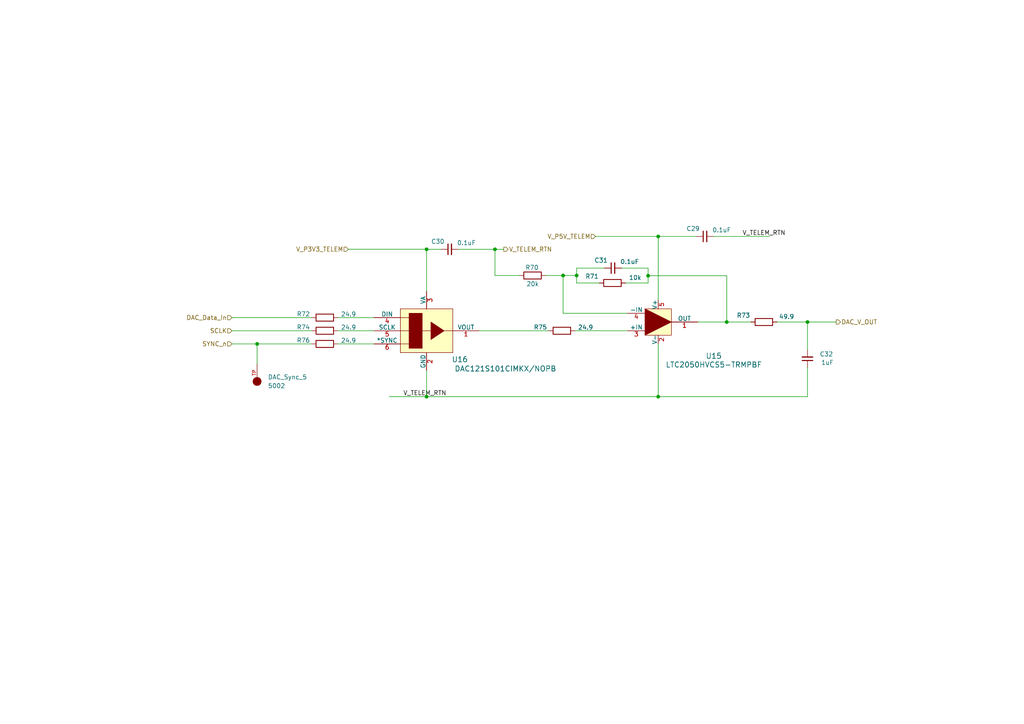
<source format=kicad_sch>
(kicad_sch
	(version 20250114)
	(generator "eeschema")
	(generator_version "9.0")
	(uuid "1173c0ff-79ca-413f-82f1-3db72cd13ee0")
	(paper "A4")
	(lib_symbols
		(symbol "Analog_Dev:LTC2050HVCS5-TRMPBF"
			(pin_names
				(offset 0)
			)
			(exclude_from_sim no)
			(in_bom yes)
			(on_board yes)
			(property "Reference" "U"
				(at 7.366 -2.54 0)
				(effects
					(font
						(size 1.524 1.524)
					)
				)
			)
			(property "Value" "LTC2050HVCS5-TRMPBF"
				(at 20.32 -5.334 0)
				(effects
					(font
						(size 1.524 1.524)
					)
				)
			)
			(property "Footprint" "S_5_ADI"
				(at 19.558 -11.176 0)
				(effects
					(font
						(size 1.27 1.27)
						(italic yes)
					)
					(hide yes)
				)
			)
			(property "Datasheet" "https://www.analog.com/media/en/technical-documentation/data-sheets/LTC2050-2050HV.pdf"
				(at 20.066 -8.382 0)
				(effects
					(font
						(size 1.27 1.27)
						(italic yes)
					)
					(hide yes)
				)
			)
			(property "Description" "IC OPAMP ZER-DRIFT 1CIR TSOT23-5"
				(at 0 0 0)
				(effects
					(font
						(size 1.27 1.27)
					)
					(hide yes)
				)
			)
			(property "Manufacturer" "Analog Devices Inc."
				(at 0 0 0)
				(effects
					(font
						(size 1.27 1.27)
					)
					(hide yes)
				)
			)
			(property "Man. Part Num" "LTC2050HVCS5#TRMPBF"
				(at 0 0 0)
				(effects
					(font
						(size 1.27 1.27)
					)
					(hide yes)
				)
			)
			(property "Distributor" "Digi-Key"
				(at 0 0 0)
				(effects
					(font
						(size 1.27 1.27)
					)
					(hide yes)
				)
			)
			(property "Dist. Part Num" "505-LTC2050HVCS5#TRMPBFCT-ND"
				(at 0 0 0)
				(effects
					(font
						(size 1.27 1.27)
					)
					(hide yes)
				)
			)
			(property "Part Type" "SMD"
				(at 0 0 0)
				(effects
					(font
						(size 1.27 1.27)
					)
					(hide yes)
				)
			)
			(property "Package" "TSOT23-5"
				(at 0 0 0)
				(effects
					(font
						(size 1.27 1.27)
					)
					(hide yes)
				)
			)
			(property "Notes" ""
				(at 0 0 0)
				(effects
					(font
						(size 1.27 1.27)
					)
					(hide yes)
				)
			)
			(property "ki_keywords" "LTC2050HVCS5#TRMPBF"
				(at 0 0 0)
				(effects
					(font
						(size 1.27 1.27)
					)
					(hide yes)
				)
			)
			(property "ki_fp_filters" "S_5_ADI"
				(at 0 0 0)
				(effects
					(font
						(size 1.27 1.27)
					)
					(hide yes)
				)
			)
			(symbol "LTC2050HVCS5-TRMPBF_1_1"
				(rectangle
					(start 0 7.62)
					(end 7.62 0)
					(stroke
						(width 0)
						(type default)
					)
					(fill
						(type background)
					)
				)
				(polyline
					(pts
						(xy 0 0) (xy 0 7.62) (xy 7.62 3.81) (xy 0 0)
					)
					(stroke
						(width 0)
						(type default)
					)
					(fill
						(type outline)
					)
				)
				(pin input line
					(at -5.08 6.35 0)
					(length 5.08)
					(name "-IN"
						(effects
							(font
								(size 1.27 1.27)
							)
						)
					)
					(number "4"
						(effects
							(font
								(size 1.27 1.27)
							)
						)
					)
				)
				(pin input line
					(at -5.08 1.27 0)
					(length 5.08)
					(name "+IN"
						(effects
							(font
								(size 1.27 1.27)
							)
						)
					)
					(number "3"
						(effects
							(font
								(size 1.27 1.27)
							)
						)
					)
				)
				(pin power_in line
					(at 3.81 10.16 270)
					(length 2.54)
					(name "V+"
						(effects
							(font
								(size 1.27 1.27)
							)
						)
					)
					(number "5"
						(effects
							(font
								(size 1.27 1.27)
							)
						)
					)
				)
				(pin power_in line
					(at 3.81 -2.54 90)
					(length 2.54)
					(name "V-"
						(effects
							(font
								(size 1.27 1.27)
							)
						)
					)
					(number "2"
						(effects
							(font
								(size 1.27 1.27)
							)
						)
					)
				)
				(pin output line
					(at 15.24 3.81 180)
					(length 7.62)
					(name "OUT"
						(effects
							(font
								(size 1.27 1.27)
							)
						)
					)
					(number "1"
						(effects
							(font
								(size 1.27 1.27)
							)
						)
					)
				)
			)
			(embedded_fonts no)
		)
		(symbol "Keystone:5002"
			(pin_names
				(offset 1.016)
			)
			(exclude_from_sim no)
			(in_bom yes)
			(on_board yes)
			(property "Reference" "TP"
				(at -2.5444 2.5415 0)
				(effects
					(font
						(size 1.27 1.27)
					)
					(justify left bottom)
				)
			)
			(property "Value" "5002"
				(at -2.55 -5.0866 0)
				(effects
					(font
						(size 1.27 1.27)
					)
					(justify left bottom)
				)
			)
			(property "Footprint" "Keystone:KEYSTONE_5002"
				(at 0 0 0)
				(effects
					(font
						(size 1.27 1.27)
					)
					(justify bottom)
					(hide yes)
				)
			)
			(property "Datasheet" "https://www.keyelco.com/userAssets/file/M65p56.pdf"
				(at 0 0 0)
				(effects
					(font
						(size 1.27 1.27)
					)
					(hide yes)
				)
			)
			(property "Description" "PC TEST POINT MINIATURE WHITE"
				(at 0 0 0)
				(effects
					(font
						(size 1.27 1.27)
					)
					(hide yes)
				)
			)
			(property "PARTREV" "H"
				(at 0 0 0)
				(effects
					(font
						(size 1.27 1.27)
					)
					(justify bottom)
					(hide yes)
				)
			)
			(property "STANDARD" "Manufacturer Recommendations"
				(at 0 0 0)
				(effects
					(font
						(size 1.27 1.27)
					)
					(justify bottom)
					(hide yes)
				)
			)
			(property "SNAPEDA_PN" "5000"
				(at 0 0 0)
				(effects
					(font
						(size 1.27 1.27)
					)
					(justify bottom)
					(hide yes)
				)
			)
			(property "MAXIMUM_PACKAGE_HEIGHT" "4.57 mm"
				(at 0 0 0)
				(effects
					(font
						(size 1.27 1.27)
					)
					(justify bottom)
					(hide yes)
				)
			)
			(property "Manufacturer" "Keystone"
				(at 0 0 0)
				(effects
					(font
						(size 1.27 1.27)
					)
					(justify bottom)
					(hide yes)
				)
			)
			(property "Man. Part Num" "5002"
				(at 0 0 0)
				(effects
					(font
						(size 1.27 1.27)
					)
					(hide yes)
				)
			)
			(property "Distributor" "Digi-Key"
				(at 0 0 0)
				(effects
					(font
						(size 1.27 1.27)
					)
					(hide yes)
				)
			)
			(property "Dist. Part Num" "36-5002-ND"
				(at 0 0 0)
				(effects
					(font
						(size 1.27 1.27)
					)
					(hide yes)
				)
			)
			(property "Package" ""
				(at 0 0 0)
				(effects
					(font
						(size 1.27 1.27)
					)
					(hide yes)
				)
			)
			(property "Part Type" "Through Hole"
				(at 0 0 0)
				(effects
					(font
						(size 1.27 1.27)
					)
					(hide yes)
				)
			)
			(property "Notes" ""
				(at 0 0 0)
				(effects
					(font
						(size 1.27 1.27)
					)
					(hide yes)
				)
			)
			(symbol "5002_0_0"
				(circle
					(center 0 0)
					(radius 0.635)
					(stroke
						(width 1.27)
						(type default)
					)
					(fill
						(type none)
					)
				)
				(pin passive line
					(at -5.08 0 0)
					(length 5.08)
					(name "~"
						(effects
							(font
								(size 1.016 1.016)
							)
						)
					)
					(number "TP"
						(effects
							(font
								(size 1.016 1.016)
							)
						)
					)
				)
			)
			(embedded_fonts no)
		)
		(symbol "Passive_Parts:C"
			(pin_numbers
				(hide yes)
			)
			(pin_names
				(offset 0)
				(hide yes)
			)
			(exclude_from_sim no)
			(in_bom yes)
			(on_board yes)
			(property "Reference" "C"
				(at 2.54 5.08 0)
				(effects
					(font
						(size 1.27 1.27)
					)
				)
			)
			(property "Value" ""
				(at 0 0 0)
				(effects
					(font
						(size 1.27 1.27)
					)
				)
			)
			(property "Footprint" ""
				(at 0 0 0)
				(effects
					(font
						(size 1.27 1.27)
					)
					(hide yes)
				)
			)
			(property "Datasheet" ""
				(at 0 0 0)
				(effects
					(font
						(size 1.27 1.27)
					)
					(hide yes)
				)
			)
			(property "Description" ""
				(at 0 0 0)
				(effects
					(font
						(size 1.27 1.27)
					)
					(hide yes)
				)
			)
			(property "Manufacturer" ""
				(at 0 0 0)
				(effects
					(font
						(size 1.27 1.27)
					)
					(hide yes)
				)
			)
			(property "Man. Part Num" ""
				(at 0 0 0)
				(effects
					(font
						(size 1.27 1.27)
					)
					(hide yes)
				)
			)
			(property "Distributor" ""
				(at 0 0 0)
				(effects
					(font
						(size 1.27 1.27)
					)
					(hide yes)
				)
			)
			(property "Dist. Part Num" ""
				(at 0 0 0)
				(effects
					(font
						(size 1.27 1.27)
					)
					(hide yes)
				)
			)
			(property "Package" ""
				(at 0 0 0)
				(effects
					(font
						(size 1.27 1.27)
					)
					(hide yes)
				)
			)
			(property "Part Type" ""
				(at 0 0 0)
				(effects
					(font
						(size 1.27 1.27)
					)
					(hide yes)
				)
			)
			(property "Notes" ""
				(at 0 0 0)
				(effects
					(font
						(size 1.27 1.27)
					)
					(hide yes)
				)
			)
			(symbol "C_0_1"
				(polyline
					(pts
						(xy 2.032 1.016) (xy 2.032 4.064)
					)
					(stroke
						(width 0.3048)
						(type default)
					)
					(fill
						(type none)
					)
				)
				(polyline
					(pts
						(xy 3.048 1.016) (xy 3.048 4.064)
					)
					(stroke
						(width 0.3302)
						(type default)
					)
					(fill
						(type none)
					)
				)
			)
			(symbol "C_1_1"
				(pin passive line
					(at 0 2.54 0)
					(length 2.032)
					(name "~"
						(effects
							(font
								(size 1.27 1.27)
							)
						)
					)
					(number "1"
						(effects
							(font
								(size 1.27 1.27)
							)
						)
					)
				)
				(pin passive line
					(at 5.08 2.54 180)
					(length 2.032)
					(name "~"
						(effects
							(font
								(size 1.27 1.27)
							)
						)
					)
					(number "2"
						(effects
							(font
								(size 1.27 1.27)
							)
						)
					)
				)
			)
			(embedded_fonts no)
		)
		(symbol "Passive_Parts:R"
			(pin_numbers
				(hide yes)
			)
			(pin_names
				(offset 0)
				(hide yes)
			)
			(exclude_from_sim no)
			(in_bom yes)
			(on_board yes)
			(property "Reference" "R"
				(at 2.54 5.08 0)
				(effects
					(font
						(size 1.27 1.27)
					)
				)
			)
			(property "Value" ""
				(at 0 0 0)
				(effects
					(font
						(size 1.27 1.27)
					)
				)
			)
			(property "Footprint" ""
				(at 0 0 0)
				(effects
					(font
						(size 1.27 1.27)
					)
					(hide yes)
				)
			)
			(property "Datasheet" ""
				(at 0 0 0)
				(effects
					(font
						(size 1.27 1.27)
					)
					(hide yes)
				)
			)
			(property "Description" ""
				(at 0 0 0)
				(effects
					(font
						(size 1.27 1.27)
					)
					(hide yes)
				)
			)
			(property "Manufacturer" ""
				(at 0 0 0)
				(effects
					(font
						(size 1.27 1.27)
					)
					(hide yes)
				)
			)
			(property "Man. Part Num" ""
				(at 0 0 0)
				(effects
					(font
						(size 1.27 1.27)
					)
					(hide yes)
				)
			)
			(property "Distributor" ""
				(at 0 0 0)
				(effects
					(font
						(size 1.27 1.27)
					)
					(hide yes)
				)
			)
			(property "Dist. Part Num" ""
				(at 0 0 0)
				(effects
					(font
						(size 1.27 1.27)
					)
					(hide yes)
				)
			)
			(property "Part Type" ""
				(at 0 0 0)
				(effects
					(font
						(size 1.27 1.27)
					)
					(hide yes)
				)
			)
			(property "Notes" ""
				(at 0 0 0)
				(effects
					(font
						(size 1.27 1.27)
					)
					(hide yes)
				)
			)
			(property "Package" ""
				(at 0 0 0)
				(effects
					(font
						(size 1.27 1.27)
					)
					(hide yes)
				)
			)
			(symbol "R_0_1"
				(rectangle
					(start 5.08 1.524)
					(end 0 3.556)
					(stroke
						(width 0.254)
						(type default)
					)
					(fill
						(type none)
					)
				)
			)
			(symbol "R_1_1"
				(pin passive line
					(at -1.27 2.54 0)
					(length 1.27)
					(name "~"
						(effects
							(font
								(size 1.27 1.27)
							)
						)
					)
					(number "1"
						(effects
							(font
								(size 1.27 1.27)
							)
						)
					)
				)
				(pin passive line
					(at 6.35 2.54 180)
					(length 1.27)
					(name "~"
						(effects
							(font
								(size 1.27 1.27)
							)
						)
					)
					(number "2"
						(effects
							(font
								(size 1.27 1.27)
							)
						)
					)
				)
			)
			(embedded_fonts no)
		)
		(symbol "R_1"
			(pin_numbers
				(hide yes)
			)
			(pin_names
				(offset 0)
				(hide yes)
			)
			(exclude_from_sim no)
			(in_bom yes)
			(on_board yes)
			(property "Reference" "R"
				(at 2.54 5.08 0)
				(effects
					(font
						(size 1.27 1.27)
					)
				)
			)
			(property "Value" ""
				(at 0 0 0)
				(effects
					(font
						(size 1.27 1.27)
					)
				)
			)
			(property "Footprint" ""
				(at 0 0 0)
				(effects
					(font
						(size 1.27 1.27)
					)
					(hide yes)
				)
			)
			(property "Datasheet" ""
				(at 0 0 0)
				(effects
					(font
						(size 1.27 1.27)
					)
					(hide yes)
				)
			)
			(property "Description" ""
				(at 0 0 0)
				(effects
					(font
						(size 1.27 1.27)
					)
					(hide yes)
				)
			)
			(property "Manufacturer" ""
				(at 0 0 0)
				(effects
					(font
						(size 1.27 1.27)
					)
					(hide yes)
				)
			)
			(property "Man. Part Num" ""
				(at 0 0 0)
				(effects
					(font
						(size 1.27 1.27)
					)
					(hide yes)
				)
			)
			(property "Distributor" ""
				(at 0 0 0)
				(effects
					(font
						(size 1.27 1.27)
					)
					(hide yes)
				)
			)
			(property "Dist. Part Num" ""
				(at 0 0 0)
				(effects
					(font
						(size 1.27 1.27)
					)
					(hide yes)
				)
			)
			(property "Part Type" ""
				(at 0 0 0)
				(effects
					(font
						(size 1.27 1.27)
					)
					(hide yes)
				)
			)
			(property "Notes" ""
				(at 0 0 0)
				(effects
					(font
						(size 1.27 1.27)
					)
					(hide yes)
				)
			)
			(property "Package" ""
				(at 0 0 0)
				(effects
					(font
						(size 1.27 1.27)
					)
					(hide yes)
				)
			)
			(symbol "R_1_0_1"
				(rectangle
					(start 5.08 1.524)
					(end 0 3.556)
					(stroke
						(width 0.254)
						(type default)
					)
					(fill
						(type none)
					)
				)
			)
			(symbol "R_1_1_1"
				(pin passive line
					(at -1.27 2.54 0)
					(length 1.27)
					(name "~"
						(effects
							(font
								(size 1.27 1.27)
							)
						)
					)
					(number "1"
						(effects
							(font
								(size 1.27 1.27)
							)
						)
					)
				)
				(pin passive line
					(at 6.35 2.54 180)
					(length 1.27)
					(name "~"
						(effects
							(font
								(size 1.27 1.27)
							)
						)
					)
					(number "2"
						(effects
							(font
								(size 1.27 1.27)
							)
						)
					)
				)
			)
			(embedded_fonts no)
		)
		(symbol "R_2"
			(pin_numbers
				(hide yes)
			)
			(pin_names
				(offset 0)
				(hide yes)
			)
			(exclude_from_sim no)
			(in_bom yes)
			(on_board yes)
			(property "Reference" "R"
				(at 2.54 5.08 0)
				(effects
					(font
						(size 1.27 1.27)
					)
				)
			)
			(property "Value" ""
				(at 0 0 0)
				(effects
					(font
						(size 1.27 1.27)
					)
				)
			)
			(property "Footprint" ""
				(at 0 0 0)
				(effects
					(font
						(size 1.27 1.27)
					)
					(hide yes)
				)
			)
			(property "Datasheet" ""
				(at 0 0 0)
				(effects
					(font
						(size 1.27 1.27)
					)
					(hide yes)
				)
			)
			(property "Description" ""
				(at 0 0 0)
				(effects
					(font
						(size 1.27 1.27)
					)
					(hide yes)
				)
			)
			(property "Manufacturer" ""
				(at 0 0 0)
				(effects
					(font
						(size 1.27 1.27)
					)
					(hide yes)
				)
			)
			(property "Man. Part Num" ""
				(at 0 0 0)
				(effects
					(font
						(size 1.27 1.27)
					)
					(hide yes)
				)
			)
			(property "Distributor" ""
				(at 0 0 0)
				(effects
					(font
						(size 1.27 1.27)
					)
					(hide yes)
				)
			)
			(property "Dist. Part Num" ""
				(at 0 0 0)
				(effects
					(font
						(size 1.27 1.27)
					)
					(hide yes)
				)
			)
			(property "Part Type" ""
				(at 0 0 0)
				(effects
					(font
						(size 1.27 1.27)
					)
					(hide yes)
				)
			)
			(property "Notes" ""
				(at 0 0 0)
				(effects
					(font
						(size 1.27 1.27)
					)
					(hide yes)
				)
			)
			(property "Package" ""
				(at 0 0 0)
				(effects
					(font
						(size 1.27 1.27)
					)
					(hide yes)
				)
			)
			(symbol "R_2_0_1"
				(rectangle
					(start 5.08 1.524)
					(end 0 3.556)
					(stroke
						(width 0.254)
						(type default)
					)
					(fill
						(type none)
					)
				)
			)
			(symbol "R_2_1_1"
				(pin passive line
					(at -1.27 2.54 0)
					(length 1.27)
					(name "~"
						(effects
							(font
								(size 1.27 1.27)
							)
						)
					)
					(number "1"
						(effects
							(font
								(size 1.27 1.27)
							)
						)
					)
				)
				(pin passive line
					(at 6.35 2.54 180)
					(length 1.27)
					(name "~"
						(effects
							(font
								(size 1.27 1.27)
							)
						)
					)
					(number "2"
						(effects
							(font
								(size 1.27 1.27)
							)
						)
					)
				)
			)
			(embedded_fonts no)
		)
		(symbol "R_3"
			(pin_numbers
				(hide yes)
			)
			(pin_names
				(offset 0)
				(hide yes)
			)
			(exclude_from_sim no)
			(in_bom yes)
			(on_board yes)
			(property "Reference" "R"
				(at 2.54 5.08 0)
				(effects
					(font
						(size 1.27 1.27)
					)
				)
			)
			(property "Value" ""
				(at 0 0 0)
				(effects
					(font
						(size 1.27 1.27)
					)
				)
			)
			(property "Footprint" ""
				(at 0 0 0)
				(effects
					(font
						(size 1.27 1.27)
					)
					(hide yes)
				)
			)
			(property "Datasheet" ""
				(at 0 0 0)
				(effects
					(font
						(size 1.27 1.27)
					)
					(hide yes)
				)
			)
			(property "Description" ""
				(at 0 0 0)
				(effects
					(font
						(size 1.27 1.27)
					)
					(hide yes)
				)
			)
			(property "Manufacturer" ""
				(at 0 0 0)
				(effects
					(font
						(size 1.27 1.27)
					)
					(hide yes)
				)
			)
			(property "Man. Part Num" ""
				(at 0 0 0)
				(effects
					(font
						(size 1.27 1.27)
					)
					(hide yes)
				)
			)
			(property "Distributor" ""
				(at 0 0 0)
				(effects
					(font
						(size 1.27 1.27)
					)
					(hide yes)
				)
			)
			(property "Dist. Part Num" ""
				(at 0 0 0)
				(effects
					(font
						(size 1.27 1.27)
					)
					(hide yes)
				)
			)
			(property "Part Type" ""
				(at 0 0 0)
				(effects
					(font
						(size 1.27 1.27)
					)
					(hide yes)
				)
			)
			(property "Notes" ""
				(at 0 0 0)
				(effects
					(font
						(size 1.27 1.27)
					)
					(hide yes)
				)
			)
			(property "Package" ""
				(at 0 0 0)
				(effects
					(font
						(size 1.27 1.27)
					)
					(hide yes)
				)
			)
			(symbol "R_3_0_1"
				(rectangle
					(start 5.08 1.524)
					(end 0 3.556)
					(stroke
						(width 0.254)
						(type default)
					)
					(fill
						(type none)
					)
				)
			)
			(symbol "R_3_1_1"
				(pin passive line
					(at -1.27 2.54 0)
					(length 1.27)
					(name "~"
						(effects
							(font
								(size 1.27 1.27)
							)
						)
					)
					(number "1"
						(effects
							(font
								(size 1.27 1.27)
							)
						)
					)
				)
				(pin passive line
					(at 6.35 2.54 180)
					(length 1.27)
					(name "~"
						(effects
							(font
								(size 1.27 1.27)
							)
						)
					)
					(number "2"
						(effects
							(font
								(size 1.27 1.27)
							)
						)
					)
				)
			)
			(embedded_fonts no)
		)
		(symbol "R_4"
			(pin_numbers
				(hide yes)
			)
			(pin_names
				(offset 0)
			)
			(exclude_from_sim no)
			(in_bom yes)
			(on_board yes)
			(property "Reference" "R"
				(at 2.54 5.08 0)
				(effects
					(font
						(size 1.27 1.27)
					)
				)
			)
			(property "Value" ""
				(at 0 0 0)
				(effects
					(font
						(size 1.27 1.27)
					)
				)
			)
			(property "Footprint" ""
				(at 0 0 0)
				(effects
					(font
						(size 1.27 1.27)
					)
					(hide yes)
				)
			)
			(property "Datasheet" ""
				(at 0 0 0)
				(effects
					(font
						(size 1.27 1.27)
					)
					(hide yes)
				)
			)
			(property "Description" ""
				(at 0 0 0)
				(effects
					(font
						(size 1.27 1.27)
					)
					(hide yes)
				)
			)
			(property "Manufacturer" ""
				(at 0 0 0)
				(effects
					(font
						(size 1.27 1.27)
					)
					(hide yes)
				)
			)
			(property "Man. Part Num" ""
				(at 0 0 0)
				(effects
					(font
						(size 1.27 1.27)
					)
					(hide yes)
				)
			)
			(property "Distributor" ""
				(at 0 0 0)
				(effects
					(font
						(size 1.27 1.27)
					)
					(hide yes)
				)
			)
			(property "Dist. Part Num" ""
				(at 0 0 0)
				(effects
					(font
						(size 1.27 1.27)
					)
					(hide yes)
				)
			)
			(property "Part Type" ""
				(at 0 0 0)
				(effects
					(font
						(size 1.27 1.27)
					)
					(hide yes)
				)
			)
			(property "Notes" ""
				(at 0 0 0)
				(effects
					(font
						(size 1.27 1.27)
					)
					(hide yes)
				)
			)
			(property "Package" ""
				(at 0 0 0)
				(effects
					(font
						(size 1.27 1.27)
					)
					(hide yes)
				)
			)
			(symbol "R_4_0_1"
				(rectangle
					(start 5.08 1.524)
					(end 0 3.556)
					(stroke
						(width 0.254)
						(type default)
					)
					(fill
						(type none)
					)
				)
			)
			(symbol "R_4_1_1"
				(pin passive line
					(at -1.27 2.54 0)
					(length 1.27)
					(name "~"
						(effects
							(font
								(size 1.27 1.27)
							)
						)
					)
					(number "1"
						(effects
							(font
								(size 1.27 1.27)
							)
						)
					)
				)
				(pin passive line
					(at 6.35 2.54 180)
					(length 1.27)
					(name "~"
						(effects
							(font
								(size 1.27 1.27)
							)
						)
					)
					(number "2"
						(effects
							(font
								(size 1.27 1.27)
							)
						)
					)
				)
			)
			(embedded_fonts no)
		)
		(symbol "Texas Instruments:DAC121S101CIMKX_NOPB"
			(pin_names
				(offset 0)
			)
			(exclude_from_sim no)
			(in_bom yes)
			(on_board yes)
			(property "Reference" "U"
				(at 10.668 -1.524 0)
				(effects
					(font
						(size 1.524 1.524)
					)
				)
			)
			(property "Value" "DAC121S101CIMKX/NOPB"
				(at 24.638 -4.318 0)
				(effects
					(font
						(size 1.524 1.524)
					)
				)
			)
			(property "Footprint" "Texas Instruments:MK06A"
				(at -12.7 -3.556 0)
				(effects
					(font
						(size 1.27 1.27)
						(italic yes)
					)
					(hide yes)
				)
			)
			(property "Datasheet" "DAC121S101CIMKX/NOPB"
				(at -11.176 -7.112 0)
				(effects
					(font
						(size 1.27 1.27)
						(italic yes)
					)
					(hide yes)
				)
			)
			(property "Description" "12-Bit DAC"
				(at 22.86 6.35 0)
				(effects
					(font
						(size 1.27 1.27)
					)
					(hide yes)
				)
			)
			(property "Manufacturer" "Texas Instruments"
				(at 0 0 0)
				(effects
					(font
						(size 1.27 1.27)
					)
					(hide yes)
				)
			)
			(property "Man. Part Num" "DAC121S101CIMKX/NOPB"
				(at 0 0 0)
				(effects
					(font
						(size 1.27 1.27)
					)
					(hide yes)
				)
			)
			(property "Distributor" "Digi-Key"
				(at 0 0 0)
				(effects
					(font
						(size 1.27 1.27)
					)
					(hide yes)
				)
			)
			(property "Dist. Part Num" "296-38083-1-ND"
				(at 0 0 0)
				(effects
					(font
						(size 1.27 1.27)
					)
					(hide yes)
				)
			)
			(property "Package" "TSOT23-6"
				(at 0 0 0)
				(effects
					(font
						(size 1.27 1.27)
					)
					(hide yes)
				)
			)
			(property "Part Type" "SMD"
				(at 0 0 0)
				(effects
					(font
						(size 1.27 1.27)
					)
					(hide yes)
				)
			)
			(property "Notes" ""
				(at 0 0 0)
				(effects
					(font
						(size 1.27 1.27)
					)
					(hide yes)
				)
			)
			(property "ki_keywords" "DAC121S101CIMKX/NOPB"
				(at 0 0 0)
				(effects
					(font
						(size 1.27 1.27)
					)
					(hide yes)
				)
			)
			(property "ki_fp_filters" "MK06A MK06A-M MK06A-L"
				(at 0 0 0)
				(effects
					(font
						(size 1.27 1.27)
					)
					(hide yes)
				)
			)
			(symbol "DAC121S101CIMKX_NOPB_0_1"
				(pin input line
					(at -7.62 10.16 0)
					(length 7.62)
					(name "DIN"
						(effects
							(font
								(size 1.27 1.27)
							)
						)
					)
					(number "4"
						(effects
							(font
								(size 1.27 1.27)
							)
						)
					)
				)
				(pin input line
					(at -7.62 6.35 0)
					(length 7.62)
					(name "SCLK"
						(effects
							(font
								(size 1.27 1.27)
							)
						)
					)
					(number "5"
						(effects
							(font
								(size 1.27 1.27)
							)
						)
					)
				)
				(pin input line
					(at -7.62 2.54 0)
					(length 7.62)
					(name "*SYNC"
						(effects
							(font
								(size 1.27 1.27)
							)
						)
					)
					(number "6"
						(effects
							(font
								(size 1.27 1.27)
							)
						)
					)
				)
				(pin output line
					(at 22.86 6.35 180)
					(length 7.62)
					(name "VOUT"
						(effects
							(font
								(size 1.27 1.27)
							)
						)
					)
					(number "1"
						(effects
							(font
								(size 1.27 1.27)
							)
						)
					)
				)
			)
			(symbol "DAC121S101CIMKX_NOPB_1_1"
				(rectangle
					(start 0 12.7)
					(end 15.24 0)
					(stroke
						(width 0)
						(type default)
					)
					(fill
						(type background)
					)
				)
				(polyline
					(pts
						(xy 0 10.16) (xy 2.54 10.16)
					)
					(stroke
						(width 0)
						(type default)
					)
					(fill
						(type none)
					)
				)
				(polyline
					(pts
						(xy 0 6.35) (xy 2.54 6.35)
					)
					(stroke
						(width 0)
						(type default)
					)
					(fill
						(type none)
					)
				)
				(polyline
					(pts
						(xy 0 2.54) (xy 2.54 2.54)
					)
					(stroke
						(width 0)
						(type default)
					)
					(fill
						(type none)
					)
				)
				(rectangle
					(start 2.54 11.43)
					(end 6.35 1.27)
					(stroke
						(width 0)
						(type default)
					)
					(fill
						(type outline)
					)
				)
				(polyline
					(pts
						(xy 6.35 6.35) (xy 8.89 6.35)
					)
					(stroke
						(width 0)
						(type default)
					)
					(fill
						(type none)
					)
				)
				(polyline
					(pts
						(xy 8.89 3.81) (xy 8.89 8.89) (xy 12.7 6.35) (xy 8.89 3.81)
					)
					(stroke
						(width 0)
						(type default)
					)
					(fill
						(type outline)
					)
				)
				(polyline
					(pts
						(xy 12.7 6.35) (xy 15.24 6.35)
					)
					(stroke
						(width 0)
						(type default)
					)
					(fill
						(type none)
					)
				)
				(pin power_in line
					(at 7.62 17.78 270)
					(length 5.08)
					(name "VA"
						(effects
							(font
								(size 1.27 1.27)
							)
						)
					)
					(number "3"
						(effects
							(font
								(size 1.27 1.27)
							)
						)
					)
				)
				(pin power_in line
					(at 7.62 -5.08 90)
					(length 5.08)
					(name "GND"
						(effects
							(font
								(size 1.27 1.27)
							)
						)
					)
					(number "2"
						(effects
							(font
								(size 1.27 1.27)
							)
						)
					)
				)
			)
			(embedded_fonts no)
		)
	)
	(junction
		(at 190.9127 68.58)
		(diameter 0)
		(color 0 0 0 0)
		(uuid "02e90945-a623-4ae9-abac-fcfc82d13225")
	)
	(junction
		(at 163.3238 79.9036)
		(diameter 0)
		(color 0 0 0 0)
		(uuid "0a650b90-126f-4a60-ba30-eb60782f50b4")
	)
	(junction
		(at 234.2054 93.4003)
		(diameter 0)
		(color 0 0 0 0)
		(uuid "47875b03-6b2a-4239-84c7-665708d1a56c")
	)
	(junction
		(at 123.725 72.3041)
		(diameter 0)
		(color 0 0 0 0)
		(uuid "6a79e1a3-dda8-423e-9ea6-1f439c3b8434")
	)
	(junction
		(at 74.5675 99.7503)
		(diameter 0)
		(color 0 0 0 0)
		(uuid "6f244c27-e24a-4191-923d-fc7a40889cfb")
	)
	(junction
		(at 123.725 115.0508)
		(diameter 0)
		(color 0 0 0 0)
		(uuid "7b66e6c2-c31e-4b73-a9f8-7005fa465147")
	)
	(junction
		(at 190.9127 115.0508)
		(diameter 0)
		(color 0 0 0 0)
		(uuid "7c4647cf-bb45-4ada-b8ee-b2e2b3ce6bb1")
	)
	(junction
		(at 187.9774 79.9755)
		(diameter 0)
		(color 0 0 0 0)
		(uuid "857d7322-5c6c-4719-ba4d-501aa393e360")
	)
	(junction
		(at 167.2478 79.9036)
		(diameter 0)
		(color 0 0 0 0)
		(uuid "95f90b10-f7b5-490f-a512-22a5829f1f84")
	)
	(junction
		(at 210.7895 93.4003)
		(diameter 0)
		(color 0 0 0 0)
		(uuid "9964d104-c728-4008-a509-1dab679313e4")
	)
	(junction
		(at 143.5622 72.3041)
		(diameter 0)
		(color 0 0 0 0)
		(uuid "ae3e9398-8e5f-47c5-9528-aed779662ae2")
	)
	(wire
		(pts
			(xy 187.9774 77.7657) (xy 187.9774 79.9755)
		)
		(stroke
			(width 0)
			(type default)
		)
		(uuid "01e5c8f1-7ad3-4912-bd87-0353e4a59ba2")
	)
	(wire
		(pts
			(xy 225.3607 93.4003) (xy 234.2054 93.4003)
		)
		(stroke
			(width 0)
			(type default)
		)
		(uuid "03323a6b-8337-4591-999a-c1f7c11b2b74")
	)
	(wire
		(pts
			(xy 123.725 107.3703) (xy 123.725 115.0508)
		)
		(stroke
			(width 0)
			(type default)
		)
		(uuid "06ac3b8b-49eb-4655-bc28-c25fd22e3507")
	)
	(wire
		(pts
			(xy 158.2732 79.9036) (xy 163.3238 79.9036)
		)
		(stroke
			(width 0)
			(type default)
		)
		(uuid "0cae36bc-23cb-45e6-aadb-cb62f7fc32d2")
	)
	(wire
		(pts
			(xy 187.9774 79.9755) (xy 210.7895 79.9755)
		)
		(stroke
			(width 0)
			(type default)
		)
		(uuid "1574dff2-91e8-4b56-8caf-974571197a4a")
	)
	(wire
		(pts
			(xy 108.485 95.9403) (xy 98.0216 95.9403)
		)
		(stroke
			(width 0)
			(type default)
		)
		(uuid "17d4c5c6-6800-4550-b2f9-35ae2d286eff")
	)
	(wire
		(pts
			(xy 234.2054 101.5171) (xy 234.2054 93.4003)
		)
		(stroke
			(width 0)
			(type default)
		)
		(uuid "1dee34f2-f130-41e2-8f5e-709894ee4fca")
	)
	(wire
		(pts
			(xy 167.2478 82.0799) (xy 167.2478 79.9036)
		)
		(stroke
			(width 0)
			(type default)
		)
		(uuid "1f2e825b-c29f-400f-95b6-a57ca4931e12")
	)
	(wire
		(pts
			(xy 163.3238 79.9036) (xy 163.3238 90.8603)
		)
		(stroke
			(width 0)
			(type default)
		)
		(uuid "1f9e383d-b658-46a7-84d9-33b52325795c")
	)
	(wire
		(pts
			(xy 190.9127 68.58) (xy 172.72 68.58)
		)
		(stroke
			(width 0)
			(type default)
		)
		(uuid "275c7318-0d2c-4046-8ee5-136d49ad8b29")
	)
	(wire
		(pts
			(xy 74.5675 99.7503) (xy 90.4016 99.7503)
		)
		(stroke
			(width 0)
			(type default)
		)
		(uuid "29d1f786-3626-4316-ab13-8d7b8bd9a84c")
	)
	(wire
		(pts
			(xy 180.3198 77.7657) (xy 187.9774 77.7657)
		)
		(stroke
			(width 0)
			(type default)
		)
		(uuid "2b893c99-697c-4e2d-8fc0-49aca4fd7a6a")
	)
	(wire
		(pts
			(xy 210.7895 79.9755) (xy 210.7895 93.4003)
		)
		(stroke
			(width 0)
			(type default)
		)
		(uuid "30077c01-b339-4c54-8678-7f93dff0b2f4")
	)
	(wire
		(pts
			(xy 190.9127 68.58) (xy 201.93 68.58)
		)
		(stroke
			(width 0)
			(type default)
		)
		(uuid "34a1022e-df72-433f-9d1c-088f7837a1fc")
	)
	(wire
		(pts
			(xy 143.5622 79.9036) (xy 143.5622 72.3041)
		)
		(stroke
			(width 0)
			(type default)
		)
		(uuid "375559af-5b9d-4797-9458-09de4c9e4b8d")
	)
	(wire
		(pts
			(xy 163.3238 79.9036) (xy 167.2478 79.9036)
		)
		(stroke
			(width 0)
			(type default)
		)
		(uuid "3d00ab59-5aff-4e10-8624-66361371e420")
	)
	(wire
		(pts
			(xy 234.2054 93.4003) (xy 242.5217 93.4003)
		)
		(stroke
			(width 0)
			(type default)
		)
		(uuid "3dc94ccf-fde3-4862-ae50-36f8b0ac2f6a")
	)
	(wire
		(pts
			(xy 187.9774 79.9755) (xy 187.9774 82.0799)
		)
		(stroke
			(width 0)
			(type default)
		)
		(uuid "42b3e814-dcb4-4555-87bf-6664fce38f0d")
	)
	(wire
		(pts
			(xy 101.0322 72.2884) (xy 123.725 72.2884)
		)
		(stroke
			(width 0)
			(type default)
		)
		(uuid "43f4edc8-9cf4-48d2-8c3b-acb45b8e8e05")
	)
	(wire
		(pts
			(xy 163.3238 90.8603) (xy 182.0227 90.8603)
		)
		(stroke
			(width 0)
			(type default)
		)
		(uuid "467af6b6-d537-4c3f-8cfa-47227637b799")
	)
	(wire
		(pts
			(xy 190.9127 68.58) (xy 190.9127 87.0503)
		)
		(stroke
			(width 0)
			(type default)
		)
		(uuid "4b327f67-03e6-4e9a-a560-9461ec7bd9bc")
	)
	(wire
		(pts
			(xy 132.9828 72.3041) (xy 143.5622 72.3041)
		)
		(stroke
			(width 0)
			(type default)
		)
		(uuid "4c00bc62-c15b-4241-9c74-8742a930693e")
	)
	(wire
		(pts
			(xy 112.8737 115.0508) (xy 123.725 115.0508)
		)
		(stroke
			(width 0)
			(type default)
		)
		(uuid "4da5ae94-999b-4061-a9ff-e0f18074f9b9")
	)
	(wire
		(pts
			(xy 108.485 99.7503) (xy 98.0216 99.7503)
		)
		(stroke
			(width 0)
			(type default)
		)
		(uuid "4f95ca3e-5404-4b1c-970d-480e42b3dd6b")
	)
	(wire
		(pts
			(xy 67.2962 99.7503) (xy 74.5675 99.7503)
		)
		(stroke
			(width 0)
			(type default)
		)
		(uuid "510b84d3-6dd2-41b0-99e4-abfee5357cbf")
	)
	(wire
		(pts
			(xy 187.9774 82.0799) (xy 181.446 82.0799)
		)
		(stroke
			(width 0)
			(type default)
		)
		(uuid "51b5bf10-6074-4cd6-9a5d-0aabbab457f2")
	)
	(wire
		(pts
			(xy 90.4016 95.9403) (xy 67.2962 95.9403)
		)
		(stroke
			(width 0)
			(type default)
		)
		(uuid "582ae73f-417c-47e9-a50a-e862cd4d7c2d")
	)
	(wire
		(pts
			(xy 123.725 72.3041) (xy 123.725 72.2884)
		)
		(stroke
			(width 0)
			(type default)
		)
		(uuid "59dec4cb-183e-42a8-814b-e8f1f0f89b29")
	)
	(wire
		(pts
			(xy 123.725 84.5103) (xy 123.725 72.3041)
		)
		(stroke
			(width 0)
			(type default)
		)
		(uuid "626397ea-906a-4998-9742-fe1f334a1b93")
	)
	(wire
		(pts
			(xy 90.4016 92.1303) (xy 67.2962 92.1303)
		)
		(stroke
			(width 0)
			(type default)
		)
		(uuid "6318f65e-dcc6-430e-87d4-2bedc0f2a6ee")
	)
	(wire
		(pts
			(xy 234.2054 106.5971) (xy 234.2054 115.0508)
		)
		(stroke
			(width 0)
			(type default)
		)
		(uuid "6fe5b405-d2a2-41d0-bf55-c34fb5d3983a")
	)
	(wire
		(pts
			(xy 207.01 68.58) (xy 223.2135 68.58)
		)
		(stroke
			(width 0)
			(type default)
		)
		(uuid "75a56e16-f0e4-4a77-a8b3-e277f7cab025")
	)
	(wire
		(pts
			(xy 108.485 92.1303) (xy 98.0216 92.1303)
		)
		(stroke
			(width 0)
			(type default)
		)
		(uuid "787097c8-41a5-475e-9d78-365f4031b5bd")
	)
	(wire
		(pts
			(xy 167.2478 77.7657) (xy 175.2398 77.7657)
		)
		(stroke
			(width 0)
			(type default)
		)
		(uuid "7b637d9f-903d-43b6-b34c-4f6efe493bcc")
	)
	(wire
		(pts
			(xy 123.725 115.0508) (xy 190.9127 115.0508)
		)
		(stroke
			(width 0)
			(type default)
		)
		(uuid "7ff72d05-5235-461c-96b8-bddeabea992a")
	)
	(wire
		(pts
			(xy 202.3427 93.4003) (xy 210.7895 93.4003)
		)
		(stroke
			(width 0)
			(type default)
		)
		(uuid "983adad5-dfa4-423a-912a-6755248c5c9b")
	)
	(wire
		(pts
			(xy 150.6532 79.9036) (xy 143.5622 79.9036)
		)
		(stroke
			(width 0)
			(type default)
		)
		(uuid "a215117f-f137-49d9-a65a-78d9c13288e9")
	)
	(wire
		(pts
			(xy 166.7751 95.9403) (xy 182.0227 95.9403)
		)
		(stroke
			(width 0)
			(type default)
		)
		(uuid "afc7e635-c3a8-475b-9278-787d11ec5419")
	)
	(wire
		(pts
			(xy 138.965 95.9403) (xy 159.1551 95.9403)
		)
		(stroke
			(width 0)
			(type default)
		)
		(uuid "c96b229a-c2f5-4fb6-bf06-b9ccc156a533")
	)
	(wire
		(pts
			(xy 190.9127 115.0508) (xy 234.2054 115.0508)
		)
		(stroke
			(width 0)
			(type default)
		)
		(uuid "da6e4409-26e5-4a38-8f9a-1f1e341c3c75")
	)
	(wire
		(pts
			(xy 167.2478 79.9036) (xy 167.2478 77.7657)
		)
		(stroke
			(width 0)
			(type default)
		)
		(uuid "def9675a-2e30-4fae-a04b-89646fb205a4")
	)
	(wire
		(pts
			(xy 143.5622 72.3041) (xy 146.1172 72.3041)
		)
		(stroke
			(width 0)
			(type default)
		)
		(uuid "e41dacc1-60cf-4fba-b384-8fae7a91f417")
	)
	(wire
		(pts
			(xy 242.5217 93.4003) (xy 242.5217 93.3922)
		)
		(stroke
			(width 0)
			(type default)
		)
		(uuid "ea6cbf22-cc42-41c9-a6fd-5a8bc9ac9124")
	)
	(wire
		(pts
			(xy 173.826 82.0799) (xy 167.2478 82.0799)
		)
		(stroke
			(width 0)
			(type default)
		)
		(uuid "eb2a8309-dac2-459f-a2fe-117e1d3c9a7f")
	)
	(wire
		(pts
			(xy 74.5675 105.5607) (xy 74.5675 99.7503)
		)
		(stroke
			(width 0)
			(type default)
		)
		(uuid "ed3b01a9-8463-49fc-9c67-c7e2e22b59ee")
	)
	(wire
		(pts
			(xy 123.725 72.3041) (xy 127.9028 72.3041)
		)
		(stroke
			(width 0)
			(type default)
		)
		(uuid "f6b7455d-a44c-4675-b3b6-eccf86f0fc9b")
	)
	(wire
		(pts
			(xy 210.7895 93.4003) (xy 217.7407 93.4003)
		)
		(stroke
			(width 0)
			(type default)
		)
		(uuid "fdc3977b-da3d-4b85-914a-d4bd2b8e4e26")
	)
	(wire
		(pts
			(xy 190.9127 99.7503) (xy 190.9127 115.0508)
		)
		(stroke
			(width 0)
			(type default)
		)
		(uuid "ffd16be4-a4e1-41ab-8d28-da83dcf06549")
	)
	(label "V_TELEM_RTN"
		(at 215.3041 68.58 0)
		(effects
			(font
				(size 1.27 1.27)
			)
			(justify left bottom)
		)
		(uuid "1d6bbb1e-d723-4428-9e87-bd13a3af6ab9")
	)
	(label "V_TELEM_RTN"
		(at 116.9482 115.0508 0)
		(effects
			(font
				(size 1.27 1.27)
			)
			(justify left bottom)
		)
		(uuid "c21272c2-f2bc-4105-b71b-30a3d8114341")
	)
	(hierarchical_label "V_TELEM_RTN"
		(shape output)
		(at 146.1172 72.3041 0)
		(effects
			(font
				(size 1.27 1.27)
			)
			(justify left)
		)
		(uuid "0781aed3-138a-4823-826c-f75938bf33e9")
	)
	(hierarchical_label "SCLK"
		(shape input)
		(at 67.2962 95.9403 180)
		(effects
			(font
				(size 1.27 1.27)
			)
			(justify right)
		)
		(uuid "20f14406-bf4e-4632-8175-8ab93cdccd85")
	)
	(hierarchical_label "DAC_V_OUT"
		(shape output)
		(at 242.5217 93.3922 0)
		(effects
			(font
				(size 1.27 1.27)
			)
			(justify left)
		)
		(uuid "26f7cf55-b118-402a-927a-e4508cd29699")
	)
	(hierarchical_label "V_P5V_TELEM"
		(shape input)
		(at 172.72 68.58 180)
		(effects
			(font
				(size 1.27 1.27)
			)
			(justify right)
		)
		(uuid "445c25ee-1a25-4d13-a4b8-4287a2e8bc88")
	)
	(hierarchical_label "DAC_Data_In"
		(shape input)
		(at 67.2962 92.1303 180)
		(effects
			(font
				(size 1.27 1.27)
			)
			(justify right)
		)
		(uuid "5ebfe523-61f5-4188-b3de-a2350d917bc4")
	)
	(hierarchical_label "SYNC_n"
		(shape input)
		(at 67.2962 99.7503 180)
		(effects
			(font
				(size 1.27 1.27)
			)
			(justify right)
		)
		(uuid "6ae2d514-1b4a-4d74-beab-9a1a02a31ed2")
	)
	(hierarchical_label "V_P3V3_TELEM"
		(shape input)
		(at 101.0322 72.2884 180)
		(effects
			(font
				(size 1.27 1.27)
			)
			(justify right)
		)
		(uuid "776182e1-c47b-421e-b803-f42e737c1f54")
	)
	(symbol
		(lib_name "R_1")
		(lib_id "Passive_Parts:R")
		(at 160.4251 98.4803 0)
		(unit 1)
		(exclude_from_sim no)
		(in_bom yes)
		(on_board yes)
		(dnp no)
		(uuid "04a99af2-6f72-4e23-bec9-0923fed03f1d")
		(property "Reference" "R47"
			(at 156.7495 94.9067 0)
			(effects
				(font
					(size 1.27 1.27)
				)
			)
		)
		(property "Value" "24.9"
			(at 169.8368 94.9524 0)
			(effects
				(font
					(size 1.27 1.27)
				)
			)
		)
		(property "Footprint" "Resistor_SMD:R_0603_1608Metric"
			(at 160.4251 98.4803 0)
			(effects
				(font
					(size 1.27 1.27)
				)
				(hide yes)
			)
		)
		(property "Datasheet" "https://www.seielect.com/catalog/sei-rmcf_rmcp.pdf"
			(at 160.4251 98.4803 0)
			(effects
				(font
					(size 1.27 1.27)
				)
				(hide yes)
			)
		)
		(property "Description" "RES 24.9 OHM 1% 1/10W 0603"
			(at 160.4251 98.4803 0)
			(effects
				(font
					(size 1.27 1.27)
				)
				(hide yes)
			)
		)
		(property "Manufacturer" "Stackpole Electronics Inc"
			(at 160.4251 98.4803 0)
			(effects
				(font
					(size 1.27 1.27)
				)
				(hide yes)
			)
		)
		(property "Man. Part Num" "RMCF0603FT24R9"
			(at 160.4251 98.4803 0)
			(effects
				(font
					(size 1.27 1.27)
				)
				(hide yes)
			)
		)
		(property "Distributor" "Digi-Key"
			(at 160.4251 98.4803 0)
			(effects
				(font
					(size 1.27 1.27)
				)
				(hide yes)
			)
		)
		(property "Dist. Part Num" "RMCF0603FT24R9CT-ND"
			(at 160.4251 98.4803 0)
			(effects
				(font
					(size 1.27 1.27)
				)
				(hide yes)
			)
		)
		(property "Part Type" "SMD"
			(at 160.4251 98.4803 0)
			(effects
				(font
					(size 1.27 1.27)
				)
				(hide yes)
			)
		)
		(property "Notes" ""
			(at 160.4251 98.4803 0)
			(effects
				(font
					(size 1.27 1.27)
				)
				(hide yes)
			)
		)
		(property "Package" "0603"
			(at 160.4251 98.4803 0)
			(effects
				(font
					(size 1.27 1.27)
				)
				(hide yes)
			)
		)
		(property "DATASHEET-URL" ""
			(at 160.4251 98.4803 0)
			(effects
				(font
					(size 1.27 1.27)
				)
				(hide yes)
			)
		)
		(property "GENDER" ""
			(at 160.4251 98.4803 0)
			(effects
				(font
					(size 1.27 1.27)
				)
				(hide yes)
			)
		)
		(property "MF" ""
			(at 160.4251 98.4803 0)
			(effects
				(font
					(size 1.27 1.27)
				)
				(hide yes)
			)
		)
		(property "MP" ""
			(at 160.4251 98.4803 0)
			(effects
				(font
					(size 1.27 1.27)
				)
				(hide yes)
			)
		)
		(property "Man. Part Nu," ""
			(at 160.4251 98.4803 0)
			(effects
				(font
					(size 1.27 1.27)
				)
				(hide yes)
			)
		)
		(property "PART-NUMBER" ""
			(at 160.4251 98.4803 0)
			(effects
				(font
					(size 1.27 1.27)
				)
				(hide yes)
			)
		)
		(property "PINS" ""
			(at 160.4251 98.4803 0)
			(effects
				(font
					(size 1.27 1.27)
				)
				(hide yes)
			)
		)
		(property "Purchase-URL" ""
			(at 160.4251 98.4803 0)
			(effects
				(font
					(size 1.27 1.27)
				)
				(hide yes)
			)
		)
		(property "TYPE" ""
			(at 160.4251 98.4803 0)
			(effects
				(font
					(size 1.27 1.27)
				)
				(hide yes)
			)
		)
		(property "WE-NUMBER" ""
			(at 160.4251 98.4803 0)
			(effects
				(font
					(size 1.27 1.27)
				)
				(hide yes)
			)
		)
		(property "WORKING-VOLTAGE" ""
			(at 160.4251 98.4803 0)
			(effects
				(font
					(size 1.27 1.27)
				)
				(hide yes)
			)
		)
		(pin "1"
			(uuid "f18bc1df-d5ff-4508-bbae-49409deec02b")
		)
		(pin "2"
			(uuid "1f9f9ab5-d2dd-4774-b7c1-bcc1ee1ac924")
		)
		(instances
			(project "GRAMS_COMMS_TELEM_BRD"
				(path "/b7b038d0-dec0-4686-9ec5-5c1fa7f24a6d/c1313561-0867-4d5d-9c8e-7472262f2465/24b2ce56-ce27-45f6-8512-ad9a0a8ea456/0636da26-ea72-4969-80ab-bb987ab0fe82"
					(reference "R75")
					(unit 1)
				)
				(path "/b7b038d0-dec0-4686-9ec5-5c1fa7f24a6d/c1313561-0867-4d5d-9c8e-7472262f2465/24b2ce56-ce27-45f6-8512-ad9a0a8ea456/08a6a23c-9859-41ae-b97d-525befc2d9aa"
					(reference "R61")
					(unit 1)
				)
				(path "/b7b038d0-dec0-4686-9ec5-5c1fa7f24a6d/c1313561-0867-4d5d-9c8e-7472262f2465/24b2ce56-ce27-45f6-8512-ad9a0a8ea456/21aa9a33-fd86-4b14-a150-504cd5deea06"
					(reference "R47")
					(unit 1)
				)
				(path "/b7b038d0-dec0-4686-9ec5-5c1fa7f24a6d/c1313561-0867-4d5d-9c8e-7472262f2465/24b2ce56-ce27-45f6-8512-ad9a0a8ea456/45691157-0d25-48de-8713-45cda27ae9c1"
					(reference "R89")
					(unit 1)
				)
				(path "/b7b038d0-dec0-4686-9ec5-5c1fa7f24a6d/c1313561-0867-4d5d-9c8e-7472262f2465/24b2ce56-ce27-45f6-8512-ad9a0a8ea456/57411353-e608-469c-aa12-c782a35128fc"
					(reference "R54")
					(unit 1)
				)
				(path "/b7b038d0-dec0-4686-9ec5-5c1fa7f24a6d/c1313561-0867-4d5d-9c8e-7472262f2465/24b2ce56-ce27-45f6-8512-ad9a0a8ea456/80122f03-3a7b-4f27-bad4-10c44500ba21"
					(reference "R82")
					(unit 1)
				)
				(path "/b7b038d0-dec0-4686-9ec5-5c1fa7f24a6d/c1313561-0867-4d5d-9c8e-7472262f2465/24b2ce56-ce27-45f6-8512-ad9a0a8ea456/d251a8dd-8f31-4484-96f5-83229c79210a"
					(reference "R68")
					(unit 1)
				)
			)
		)
	)
	(symbol
		(lib_id "Passive_Parts:C")
		(at 201.93 71.12 0)
		(unit 1)
		(exclude_from_sim no)
		(in_bom yes)
		(on_board yes)
		(dnp no)
		(uuid "2244468b-3e0d-4bb6-84cc-e2bedfbabc31")
		(property "Reference" "C13"
			(at 201.0193 66.3264 0)
			(effects
				(font
					(size 1.27 1.27)
				)
			)
		)
		(property "Value" "0.1uF"
			(at 209.3122 66.7099 0)
			(effects
				(font
					(size 1.27 1.27)
				)
			)
		)
		(property "Footprint" "Capacitor_SMD:C_0402_1005Metric"
			(at 201.93 71.12 0)
			(effects
				(font
					(size 1.27 1.27)
				)
				(hide yes)
			)
		)
		(property "Datasheet" "https://mm.digikey.com/Volume0/opasdata/d220001/medias/docus/3584/CL10B105KP8NNNC_Spec.pdf"
			(at 201.93 71.12 0)
			(effects
				(font
					(size 1.27 1.27)
				)
				(hide yes)
			)
		)
		(property "Description" "CAP CER 0.1UF 25V X7R 0402"
			(at 201.93 71.12 0)
			(effects
				(font
					(size 1.27 1.27)
				)
				(hide yes)
			)
		)
		(property "Manufacturer" "Samsung Electro-Mechanics"
			(at 201.93 71.12 0)
			(effects
				(font
					(size 1.27 1.27)
				)
				(hide yes)
			)
		)
		(property "Man. Part Num" "CL05B104KA5NNNC"
			(at 201.93 71.12 0)
			(effects
				(font
					(size 1.27 1.27)
				)
				(hide yes)
			)
		)
		(property "Distributor" "Digi-Key"
			(at 201.93 71.12 0)
			(effects
				(font
					(size 1.27 1.27)
				)
				(hide yes)
			)
		)
		(property "Dist. Part Num" "1276-6720-1-ND"
			(at 201.93 71.12 0)
			(effects
				(font
					(size 1.27 1.27)
				)
				(hide yes)
			)
		)
		(property "Package" "0402"
			(at 201.93 71.12 0)
			(effects
				(font
					(size 1.27 1.27)
				)
				(hide yes)
			)
		)
		(property "Part Type" "SMD"
			(at 201.93 71.12 0)
			(effects
				(font
					(size 1.27 1.27)
				)
				(hide yes)
			)
		)
		(property "Notes" ""
			(at 201.93 71.12 0)
			(effects
				(font
					(size 1.27 1.27)
				)
				(hide yes)
			)
		)
		(property "DATASHEET-URL" ""
			(at 201.93 71.12 0)
			(effects
				(font
					(size 1.27 1.27)
				)
				(hide yes)
			)
		)
		(property "GENDER" ""
			(at 201.93 71.12 0)
			(effects
				(font
					(size 1.27 1.27)
				)
				(hide yes)
			)
		)
		(property "MF" ""
			(at 201.93 71.12 0)
			(effects
				(font
					(size 1.27 1.27)
				)
				(hide yes)
			)
		)
		(property "MP" ""
			(at 201.93 71.12 0)
			(effects
				(font
					(size 1.27 1.27)
				)
				(hide yes)
			)
		)
		(property "Man. Part Nu," ""
			(at 201.93 71.12 0)
			(effects
				(font
					(size 1.27 1.27)
				)
				(hide yes)
			)
		)
		(property "PART-NUMBER" ""
			(at 201.93 71.12 0)
			(effects
				(font
					(size 1.27 1.27)
				)
				(hide yes)
			)
		)
		(property "PINS" ""
			(at 201.93 71.12 0)
			(effects
				(font
					(size 1.27 1.27)
				)
				(hide yes)
			)
		)
		(property "Purchase-URL" ""
			(at 201.93 71.12 0)
			(effects
				(font
					(size 1.27 1.27)
				)
				(hide yes)
			)
		)
		(property "TYPE" ""
			(at 201.93 71.12 0)
			(effects
				(font
					(size 1.27 1.27)
				)
				(hide yes)
			)
		)
		(property "WE-NUMBER" ""
			(at 201.93 71.12 0)
			(effects
				(font
					(size 1.27 1.27)
				)
				(hide yes)
			)
		)
		(property "WORKING-VOLTAGE" ""
			(at 201.93 71.12 0)
			(effects
				(font
					(size 1.27 1.27)
				)
				(hide yes)
			)
		)
		(pin "1"
			(uuid "2d4d2d3a-7d71-4f9c-8afe-14896db2ec4f")
		)
		(pin "2"
			(uuid "71765c6e-5fc3-44e1-b5ea-fb1eb61d3176")
		)
		(instances
			(project "GRAMS_COMMS_TELEM_BRD"
				(path "/b7b038d0-dec0-4686-9ec5-5c1fa7f24a6d/c1313561-0867-4d5d-9c8e-7472262f2465/24b2ce56-ce27-45f6-8512-ad9a0a8ea456/0636da26-ea72-4969-80ab-bb987ab0fe82"
					(reference "C29")
					(unit 1)
				)
				(path "/b7b038d0-dec0-4686-9ec5-5c1fa7f24a6d/c1313561-0867-4d5d-9c8e-7472262f2465/24b2ce56-ce27-45f6-8512-ad9a0a8ea456/08a6a23c-9859-41ae-b97d-525befc2d9aa"
					(reference "C21")
					(unit 1)
				)
				(path "/b7b038d0-dec0-4686-9ec5-5c1fa7f24a6d/c1313561-0867-4d5d-9c8e-7472262f2465/24b2ce56-ce27-45f6-8512-ad9a0a8ea456/21aa9a33-fd86-4b14-a150-504cd5deea06"
					(reference "C13")
					(unit 1)
				)
				(path "/b7b038d0-dec0-4686-9ec5-5c1fa7f24a6d/c1313561-0867-4d5d-9c8e-7472262f2465/24b2ce56-ce27-45f6-8512-ad9a0a8ea456/45691157-0d25-48de-8713-45cda27ae9c1"
					(reference "C37")
					(unit 1)
				)
				(path "/b7b038d0-dec0-4686-9ec5-5c1fa7f24a6d/c1313561-0867-4d5d-9c8e-7472262f2465/24b2ce56-ce27-45f6-8512-ad9a0a8ea456/57411353-e608-469c-aa12-c782a35128fc"
					(reference "C17")
					(unit 1)
				)
				(path "/b7b038d0-dec0-4686-9ec5-5c1fa7f24a6d/c1313561-0867-4d5d-9c8e-7472262f2465/24b2ce56-ce27-45f6-8512-ad9a0a8ea456/80122f03-3a7b-4f27-bad4-10c44500ba21"
					(reference "C33")
					(unit 1)
				)
				(path "/b7b038d0-dec0-4686-9ec5-5c1fa7f24a6d/c1313561-0867-4d5d-9c8e-7472262f2465/24b2ce56-ce27-45f6-8512-ad9a0a8ea456/d251a8dd-8f31-4484-96f5-83229c79210a"
					(reference "C25")
					(unit 1)
				)
			)
		)
	)
	(symbol
		(lib_name "R_2")
		(lib_id "Passive_Parts:R")
		(at 91.6716 94.6703 0)
		(unit 1)
		(exclude_from_sim no)
		(in_bom yes)
		(on_board yes)
		(dnp no)
		(uuid "257294a8-b581-4bee-ba11-2274b93ccf3a")
		(property "Reference" "R44"
			(at 87.996 91.0967 0)
			(effects
				(font
					(size 1.27 1.27)
				)
			)
		)
		(property "Value" "24.9"
			(at 101.0833 91.1424 0)
			(effects
				(font
					(size 1.27 1.27)
				)
			)
		)
		(property "Footprint" "Resistor_SMD:R_0603_1608Metric"
			(at 91.6716 94.6703 0)
			(effects
				(font
					(size 1.27 1.27)
				)
				(hide yes)
			)
		)
		(property "Datasheet" "https://www.seielect.com/catalog/sei-rmcf_rmcp.pdf"
			(at 91.6716 94.6703 0)
			(effects
				(font
					(size 1.27 1.27)
				)
				(hide yes)
			)
		)
		(property "Description" "RES 24.9 OHM 1% 1/10W 0603"
			(at 91.6716 94.6703 0)
			(effects
				(font
					(size 1.27 1.27)
				)
				(hide yes)
			)
		)
		(property "Manufacturer" "Stackpole Electronics Inc"
			(at 91.6716 94.6703 0)
			(effects
				(font
					(size 1.27 1.27)
				)
				(hide yes)
			)
		)
		(property "Man. Part Num" "RMCF0603FT24R9"
			(at 91.6716 94.6703 0)
			(effects
				(font
					(size 1.27 1.27)
				)
				(hide yes)
			)
		)
		(property "Distributor" "Digi-Key"
			(at 91.6716 94.6703 0)
			(effects
				(font
					(size 1.27 1.27)
				)
				(hide yes)
			)
		)
		(property "Dist. Part Num" "RMCF0603FT24R9CT-ND"
			(at 91.6716 94.6703 0)
			(effects
				(font
					(size 1.27 1.27)
				)
				(hide yes)
			)
		)
		(property "Part Type" "SMD"
			(at 91.6716 94.6703 0)
			(effects
				(font
					(size 1.27 1.27)
				)
				(hide yes)
			)
		)
		(property "Notes" ""
			(at 91.6716 94.6703 0)
			(effects
				(font
					(size 1.27 1.27)
				)
				(hide yes)
			)
		)
		(property "Package" "0603"
			(at 91.6716 94.6703 0)
			(effects
				(font
					(size 1.27 1.27)
				)
				(hide yes)
			)
		)
		(property "DATASHEET-URL" ""
			(at 91.6716 94.6703 0)
			(effects
				(font
					(size 1.27 1.27)
				)
				(hide yes)
			)
		)
		(property "GENDER" ""
			(at 91.6716 94.6703 0)
			(effects
				(font
					(size 1.27 1.27)
				)
				(hide yes)
			)
		)
		(property "MF" ""
			(at 91.6716 94.6703 0)
			(effects
				(font
					(size 1.27 1.27)
				)
				(hide yes)
			)
		)
		(property "MP" ""
			(at 91.6716 94.6703 0)
			(effects
				(font
					(size 1.27 1.27)
				)
				(hide yes)
			)
		)
		(property "Man. Part Nu," ""
			(at 91.6716 94.6703 0)
			(effects
				(font
					(size 1.27 1.27)
				)
				(hide yes)
			)
		)
		(property "PART-NUMBER" ""
			(at 91.6716 94.6703 0)
			(effects
				(font
					(size 1.27 1.27)
				)
				(hide yes)
			)
		)
		(property "PINS" ""
			(at 91.6716 94.6703 0)
			(effects
				(font
					(size 1.27 1.27)
				)
				(hide yes)
			)
		)
		(property "Purchase-URL" ""
			(at 91.6716 94.6703 0)
			(effects
				(font
					(size 1.27 1.27)
				)
				(hide yes)
			)
		)
		(property "TYPE" ""
			(at 91.6716 94.6703 0)
			(effects
				(font
					(size 1.27 1.27)
				)
				(hide yes)
			)
		)
		(property "WE-NUMBER" ""
			(at 91.6716 94.6703 0)
			(effects
				(font
					(size 1.27 1.27)
				)
				(hide yes)
			)
		)
		(property "WORKING-VOLTAGE" ""
			(at 91.6716 94.6703 0)
			(effects
				(font
					(size 1.27 1.27)
				)
				(hide yes)
			)
		)
		(pin "2"
			(uuid "2ac5d18c-48e2-4e8d-9342-974d6fa1e930")
		)
		(pin "1"
			(uuid "0616375d-8182-479e-b1c1-847626f51375")
		)
		(instances
			(project "GRAMS_COMMS_TELEM_BRD"
				(path "/b7b038d0-dec0-4686-9ec5-5c1fa7f24a6d/c1313561-0867-4d5d-9c8e-7472262f2465/24b2ce56-ce27-45f6-8512-ad9a0a8ea456/0636da26-ea72-4969-80ab-bb987ab0fe82"
					(reference "R72")
					(unit 1)
				)
				(path "/b7b038d0-dec0-4686-9ec5-5c1fa7f24a6d/c1313561-0867-4d5d-9c8e-7472262f2465/24b2ce56-ce27-45f6-8512-ad9a0a8ea456/08a6a23c-9859-41ae-b97d-525befc2d9aa"
					(reference "R58")
					(unit 1)
				)
				(path "/b7b038d0-dec0-4686-9ec5-5c1fa7f24a6d/c1313561-0867-4d5d-9c8e-7472262f2465/24b2ce56-ce27-45f6-8512-ad9a0a8ea456/21aa9a33-fd86-4b14-a150-504cd5deea06"
					(reference "R44")
					(unit 1)
				)
				(path "/b7b038d0-dec0-4686-9ec5-5c1fa7f24a6d/c1313561-0867-4d5d-9c8e-7472262f2465/24b2ce56-ce27-45f6-8512-ad9a0a8ea456/45691157-0d25-48de-8713-45cda27ae9c1"
					(reference "R86")
					(unit 1)
				)
				(path "/b7b038d0-dec0-4686-9ec5-5c1fa7f24a6d/c1313561-0867-4d5d-9c8e-7472262f2465/24b2ce56-ce27-45f6-8512-ad9a0a8ea456/57411353-e608-469c-aa12-c782a35128fc"
					(reference "R51")
					(unit 1)
				)
				(path "/b7b038d0-dec0-4686-9ec5-5c1fa7f24a6d/c1313561-0867-4d5d-9c8e-7472262f2465/24b2ce56-ce27-45f6-8512-ad9a0a8ea456/80122f03-3a7b-4f27-bad4-10c44500ba21"
					(reference "R79")
					(unit 1)
				)
				(path "/b7b038d0-dec0-4686-9ec5-5c1fa7f24a6d/c1313561-0867-4d5d-9c8e-7472262f2465/24b2ce56-ce27-45f6-8512-ad9a0a8ea456/d251a8dd-8f31-4484-96f5-83229c79210a"
					(reference "R65")
					(unit 1)
				)
			)
		)
	)
	(symbol
		(lib_name "R_4")
		(lib_id "Passive_Parts:R")
		(at 219.0107 95.9403 0)
		(unit 1)
		(exclude_from_sim no)
		(in_bom yes)
		(on_board yes)
		(dnp no)
		(uuid "2cc9c295-0504-4d8a-b82c-9b3b82c08681")
		(property "Reference" "R45"
			(at 215.6312 91.4823 0)
			(effects
				(font
					(size 1.27 1.27)
				)
			)
		)
		(property "Value" "49.9"
			(at 228.1425 91.8418 0)
			(effects
				(font
					(size 1.27 1.27)
				)
			)
		)
		(property "Footprint" "Resistor_SMD:R_0603_1608Metric"
			(at 219.0107 95.9403 0)
			(effects
				(font
					(size 1.27 1.27)
				)
				(hide yes)
			)
		)
		(property "Datasheet" "https://industrial.panasonic.com/cdbs/www-data/pdf/RDM0000/AOA0000C307.pdf"
			(at 219.0107 95.9403 0)
			(effects
				(font
					(size 1.27 1.27)
				)
				(hide yes)
			)
		)
		(property "Description" "49.9 Ohms ±0.1% 0.1W, 1/10W Chip Resistor 0603 (1608 Metric) Automotive AEC-Q200 Thin Film"
			(at 219.0107 95.9403 0)
			(effects
				(font
					(size 1.27 1.27)
				)
				(hide yes)
			)
		)
		(property "Manufacturer" "Panasonic Electronic Components"
			(at 219.0107 95.9403 0)
			(effects
				(font
					(size 1.27 1.27)
				)
				(hide yes)
			)
		)
		(property "Man. Part Num" "ERA-3AEB49R9V"
			(at 219.0107 95.9403 0)
			(effects
				(font
					(size 1.27 1.27)
				)
				(hide yes)
			)
		)
		(property "Distributor" "Digi-Key"
			(at 219.0107 95.9403 0)
			(effects
				(font
					(size 1.27 1.27)
				)
				(hide yes)
			)
		)
		(property "Dist. Part Num" "P49.9DBCT-ND"
			(at 219.0107 95.9403 0)
			(effects
				(font
					(size 1.27 1.27)
				)
				(hide yes)
			)
		)
		(property "Part Type" "SMD"
			(at 219.0107 95.9403 0)
			(effects
				(font
					(size 1.27 1.27)
				)
				(hide yes)
			)
		)
		(property "Notes" ""
			(at 219.0107 95.9403 0)
			(effects
				(font
					(size 1.27 1.27)
				)
				(hide yes)
			)
		)
		(property "Package" "0603 (1608 Metric)"
			(at 219.0107 95.9403 0)
			(effects
				(font
					(size 1.27 1.27)
				)
				(hide yes)
			)
		)
		(property "DATASHEET-URL" ""
			(at 219.0107 95.9403 0)
			(effects
				(font
					(size 1.27 1.27)
				)
				(hide yes)
			)
		)
		(property "GENDER" ""
			(at 219.0107 95.9403 0)
			(effects
				(font
					(size 1.27 1.27)
				)
				(hide yes)
			)
		)
		(property "MF" ""
			(at 219.0107 95.9403 0)
			(effects
				(font
					(size 1.27 1.27)
				)
				(hide yes)
			)
		)
		(property "MP" ""
			(at 219.0107 95.9403 0)
			(effects
				(font
					(size 1.27 1.27)
				)
				(hide yes)
			)
		)
		(property "Man. Part Nu," ""
			(at 219.0107 95.9403 0)
			(effects
				(font
					(size 1.27 1.27)
				)
				(hide yes)
			)
		)
		(property "PART-NUMBER" ""
			(at 219.0107 95.9403 0)
			(effects
				(font
					(size 1.27 1.27)
				)
				(hide yes)
			)
		)
		(property "PINS" ""
			(at 219.0107 95.9403 0)
			(effects
				(font
					(size 1.27 1.27)
				)
				(hide yes)
			)
		)
		(property "Purchase-URL" ""
			(at 219.0107 95.9403 0)
			(effects
				(font
					(size 1.27 1.27)
				)
				(hide yes)
			)
		)
		(property "TYPE" ""
			(at 219.0107 95.9403 0)
			(effects
				(font
					(size 1.27 1.27)
				)
				(hide yes)
			)
		)
		(property "WE-NUMBER" ""
			(at 219.0107 95.9403 0)
			(effects
				(font
					(size 1.27 1.27)
				)
				(hide yes)
			)
		)
		(property "WORKING-VOLTAGE" ""
			(at 219.0107 95.9403 0)
			(effects
				(font
					(size 1.27 1.27)
				)
				(hide yes)
			)
		)
		(pin "2"
			(uuid "247cd94b-59c4-4b40-a95b-0308e8040c95")
		)
		(pin "1"
			(uuid "466cd615-82cd-4035-8e22-6ff9e3a8d2b4")
		)
		(instances
			(project "GRAMS_COMMS_TELEM_BRD"
				(path "/b7b038d0-dec0-4686-9ec5-5c1fa7f24a6d/c1313561-0867-4d5d-9c8e-7472262f2465/24b2ce56-ce27-45f6-8512-ad9a0a8ea456/0636da26-ea72-4969-80ab-bb987ab0fe82"
					(reference "R73")
					(unit 1)
				)
				(path "/b7b038d0-dec0-4686-9ec5-5c1fa7f24a6d/c1313561-0867-4d5d-9c8e-7472262f2465/24b2ce56-ce27-45f6-8512-ad9a0a8ea456/08a6a23c-9859-41ae-b97d-525befc2d9aa"
					(reference "R59")
					(unit 1)
				)
				(path "/b7b038d0-dec0-4686-9ec5-5c1fa7f24a6d/c1313561-0867-4d5d-9c8e-7472262f2465/24b2ce56-ce27-45f6-8512-ad9a0a8ea456/21aa9a33-fd86-4b14-a150-504cd5deea06"
					(reference "R45")
					(unit 1)
				)
				(path "/b7b038d0-dec0-4686-9ec5-5c1fa7f24a6d/c1313561-0867-4d5d-9c8e-7472262f2465/24b2ce56-ce27-45f6-8512-ad9a0a8ea456/45691157-0d25-48de-8713-45cda27ae9c1"
					(reference "R87")
					(unit 1)
				)
				(path "/b7b038d0-dec0-4686-9ec5-5c1fa7f24a6d/c1313561-0867-4d5d-9c8e-7472262f2465/24b2ce56-ce27-45f6-8512-ad9a0a8ea456/57411353-e608-469c-aa12-c782a35128fc"
					(reference "R52")
					(unit 1)
				)
				(path "/b7b038d0-dec0-4686-9ec5-5c1fa7f24a6d/c1313561-0867-4d5d-9c8e-7472262f2465/24b2ce56-ce27-45f6-8512-ad9a0a8ea456/80122f03-3a7b-4f27-bad4-10c44500ba21"
					(reference "R80")
					(unit 1)
				)
				(path "/b7b038d0-dec0-4686-9ec5-5c1fa7f24a6d/c1313561-0867-4d5d-9c8e-7472262f2465/24b2ce56-ce27-45f6-8512-ad9a0a8ea456/d251a8dd-8f31-4484-96f5-83229c79210a"
					(reference "R66")
					(unit 1)
				)
			)
		)
	)
	(symbol
		(lib_name "R_4")
		(lib_id "Passive_Parts:R")
		(at 175.096 84.6199 0)
		(unit 1)
		(exclude_from_sim no)
		(in_bom yes)
		(on_board yes)
		(dnp no)
		(uuid "505f3a56-2322-4e14-8dea-188294b5cc48")
		(property "Reference" "R43"
			(at 171.7165 80.1619 0)
			(effects
				(font
					(size 1.27 1.27)
				)
			)
		)
		(property "Value" "10k"
			(at 184.2278 80.5214 0)
			(effects
				(font
					(size 1.27 1.27)
				)
			)
		)
		(property "Footprint" "Resistor_SMD:R_0402_1005Metric"
			(at 175.096 84.6199 0)
			(effects
				(font
					(size 1.27 1.27)
				)
				(hide yes)
			)
		)
		(property "Datasheet" "https://industrial.panasonic.com/cdbs/www-data/pdf/RDM0000/AOA0000C307.pdf"
			(at 175.096 84.6199 0)
			(effects
				(font
					(size 1.27 1.27)
				)
				(hide yes)
			)
		)
		(property "Description" "10 kOhms ±0.1% 0.063W, 1/16W Chip Resistor 0402 (1005 Metric) Automotive AEC-Q200 Thin Film"
			(at 175.096 84.6199 0)
			(effects
				(font
					(size 1.27 1.27)
				)
				(hide yes)
			)
		)
		(property "Manufacturer" "Panasonic Electronic Components"
			(at 175.096 84.6199 0)
			(effects
				(font
					(size 1.27 1.27)
				)
				(hide yes)
			)
		)
		(property "Man. Part Num" "ERA-2AEB103X"
			(at 175.096 84.6199 0)
			(effects
				(font
					(size 1.27 1.27)
				)
				(hide yes)
			)
		)
		(property "Distributor" "Digi-Key"
			(at 175.096 84.6199 0)
			(effects
				(font
					(size 1.27 1.27)
				)
				(hide yes)
			)
		)
		(property "Dist. Part Num" "P10KDCCT-ND"
			(at 175.096 84.6199 0)
			(effects
				(font
					(size 1.27 1.27)
				)
				(hide yes)
			)
		)
		(property "Part Type" "SMD"
			(at 175.096 84.6199 0)
			(effects
				(font
					(size 1.27 1.27)
				)
				(hide yes)
			)
		)
		(property "Notes" ""
			(at 175.096 84.6199 0)
			(effects
				(font
					(size 1.27 1.27)
				)
				(hide yes)
			)
		)
		(property "Package" "0402 (1005 Metric)"
			(at 175.096 84.6199 0)
			(effects
				(font
					(size 1.27 1.27)
				)
				(hide yes)
			)
		)
		(property "DATASHEET-URL" ""
			(at 175.096 84.6199 0)
			(effects
				(font
					(size 1.27 1.27)
				)
				(hide yes)
			)
		)
		(property "GENDER" ""
			(at 175.096 84.6199 0)
			(effects
				(font
					(size 1.27 1.27)
				)
				(hide yes)
			)
		)
		(property "MF" ""
			(at 175.096 84.6199 0)
			(effects
				(font
					(size 1.27 1.27)
				)
				(hide yes)
			)
		)
		(property "MP" ""
			(at 175.096 84.6199 0)
			(effects
				(font
					(size 1.27 1.27)
				)
				(hide yes)
			)
		)
		(property "Man. Part Nu," ""
			(at 175.096 84.6199 0)
			(effects
				(font
					(size 1.27 1.27)
				)
				(hide yes)
			)
		)
		(property "PART-NUMBER" ""
			(at 175.096 84.6199 0)
			(effects
				(font
					(size 1.27 1.27)
				)
				(hide yes)
			)
		)
		(property "PINS" ""
			(at 175.096 84.6199 0)
			(effects
				(font
					(size 1.27 1.27)
				)
				(hide yes)
			)
		)
		(property "Purchase-URL" ""
			(at 175.096 84.6199 0)
			(effects
				(font
					(size 1.27 1.27)
				)
				(hide yes)
			)
		)
		(property "TYPE" ""
			(at 175.096 84.6199 0)
			(effects
				(font
					(size 1.27 1.27)
				)
				(hide yes)
			)
		)
		(property "WE-NUMBER" ""
			(at 175.096 84.6199 0)
			(effects
				(font
					(size 1.27 1.27)
				)
				(hide yes)
			)
		)
		(property "WORKING-VOLTAGE" ""
			(at 175.096 84.6199 0)
			(effects
				(font
					(size 1.27 1.27)
				)
				(hide yes)
			)
		)
		(pin "2"
			(uuid "7823db54-3140-4fee-9d73-e89d8f726b57")
		)
		(pin "1"
			(uuid "e7133422-dd85-4bd9-8af9-6ef39919a70a")
		)
		(instances
			(project ""
				(path "/b7b038d0-dec0-4686-9ec5-5c1fa7f24a6d/c1313561-0867-4d5d-9c8e-7472262f2465/24b2ce56-ce27-45f6-8512-ad9a0a8ea456/0636da26-ea72-4969-80ab-bb987ab0fe82"
					(reference "R71")
					(unit 1)
				)
				(path "/b7b038d0-dec0-4686-9ec5-5c1fa7f24a6d/c1313561-0867-4d5d-9c8e-7472262f2465/24b2ce56-ce27-45f6-8512-ad9a0a8ea456/08a6a23c-9859-41ae-b97d-525befc2d9aa"
					(reference "R57")
					(unit 1)
				)
				(path "/b7b038d0-dec0-4686-9ec5-5c1fa7f24a6d/c1313561-0867-4d5d-9c8e-7472262f2465/24b2ce56-ce27-45f6-8512-ad9a0a8ea456/21aa9a33-fd86-4b14-a150-504cd5deea06"
					(reference "R43")
					(unit 1)
				)
				(path "/b7b038d0-dec0-4686-9ec5-5c1fa7f24a6d/c1313561-0867-4d5d-9c8e-7472262f2465/24b2ce56-ce27-45f6-8512-ad9a0a8ea456/45691157-0d25-48de-8713-45cda27ae9c1"
					(reference "R85")
					(unit 1)
				)
				(path "/b7b038d0-dec0-4686-9ec5-5c1fa7f24a6d/c1313561-0867-4d5d-9c8e-7472262f2465/24b2ce56-ce27-45f6-8512-ad9a0a8ea456/57411353-e608-469c-aa12-c782a35128fc"
					(reference "R50")
					(unit 1)
				)
				(path "/b7b038d0-dec0-4686-9ec5-5c1fa7f24a6d/c1313561-0867-4d5d-9c8e-7472262f2465/24b2ce56-ce27-45f6-8512-ad9a0a8ea456/80122f03-3a7b-4f27-bad4-10c44500ba21"
					(reference "R78")
					(unit 1)
				)
				(path "/b7b038d0-dec0-4686-9ec5-5c1fa7f24a6d/c1313561-0867-4d5d-9c8e-7472262f2465/24b2ce56-ce27-45f6-8512-ad9a0a8ea456/d251a8dd-8f31-4484-96f5-83229c79210a"
					(reference "R64")
					(unit 1)
				)
			)
		)
	)
	(symbol
		(lib_id "Passive_Parts:C")
		(at 127.9028 74.8441 0)
		(unit 1)
		(exclude_from_sim no)
		(in_bom yes)
		(on_board yes)
		(dnp no)
		(uuid "5208acce-93d0-402b-9faa-dda2e473c3ba")
		(property "Reference" "C14"
			(at 126.9921 70.0505 0)
			(effects
				(font
					(size 1.27 1.27)
				)
			)
		)
		(property "Value" "0.1uF"
			(at 135.285 70.434 0)
			(effects
				(font
					(size 1.27 1.27)
				)
			)
		)
		(property "Footprint" "Capacitor_SMD:C_0402_1005Metric"
			(at 127.9028 74.8441 0)
			(effects
				(font
					(size 1.27 1.27)
				)
				(hide yes)
			)
		)
		(property "Datasheet" "https://mm.digikey.com/Volume0/opasdata/d220001/medias/docus/3584/CL10B105KP8NNNC_Spec.pdf"
			(at 127.9028 74.8441 0)
			(effects
				(font
					(size 1.27 1.27)
				)
				(hide yes)
			)
		)
		(property "Description" "CAP CER 0.1UF 25V X7R 0402"
			(at 127.9028 74.8441 0)
			(effects
				(font
					(size 1.27 1.27)
				)
				(hide yes)
			)
		)
		(property "Manufacturer" "Samsung Electro-Mechanics"
			(at 127.9028 74.8441 0)
			(effects
				(font
					(size 1.27 1.27)
				)
				(hide yes)
			)
		)
		(property "Man. Part Num" "CL05B104KA5NNNC"
			(at 127.9028 74.8441 0)
			(effects
				(font
					(size 1.27 1.27)
				)
				(hide yes)
			)
		)
		(property "Distributor" "Digi-Key"
			(at 127.9028 74.8441 0)
			(effects
				(font
					(size 1.27 1.27)
				)
				(hide yes)
			)
		)
		(property "Dist. Part Num" "1276-6720-1-ND"
			(at 127.9028 74.8441 0)
			(effects
				(font
					(size 1.27 1.27)
				)
				(hide yes)
			)
		)
		(property "Package" "0402"
			(at 127.9028 74.8441 0)
			(effects
				(font
					(size 1.27 1.27)
				)
				(hide yes)
			)
		)
		(property "Part Type" "SMD"
			(at 127.9028 74.8441 0)
			(effects
				(font
					(size 1.27 1.27)
				)
				(hide yes)
			)
		)
		(property "Notes" ""
			(at 127.9028 74.8441 0)
			(effects
				(font
					(size 1.27 1.27)
				)
				(hide yes)
			)
		)
		(property "DATASHEET-URL" ""
			(at 127.9028 74.8441 0)
			(effects
				(font
					(size 1.27 1.27)
				)
				(hide yes)
			)
		)
		(property "GENDER" ""
			(at 127.9028 74.8441 0)
			(effects
				(font
					(size 1.27 1.27)
				)
				(hide yes)
			)
		)
		(property "MF" ""
			(at 127.9028 74.8441 0)
			(effects
				(font
					(size 1.27 1.27)
				)
				(hide yes)
			)
		)
		(property "MP" ""
			(at 127.9028 74.8441 0)
			(effects
				(font
					(size 1.27 1.27)
				)
				(hide yes)
			)
		)
		(property "Man. Part Nu," ""
			(at 127.9028 74.8441 0)
			(effects
				(font
					(size 1.27 1.27)
				)
				(hide yes)
			)
		)
		(property "PART-NUMBER" ""
			(at 127.9028 74.8441 0)
			(effects
				(font
					(size 1.27 1.27)
				)
				(hide yes)
			)
		)
		(property "PINS" ""
			(at 127.9028 74.8441 0)
			(effects
				(font
					(size 1.27 1.27)
				)
				(hide yes)
			)
		)
		(property "Purchase-URL" ""
			(at 127.9028 74.8441 0)
			(effects
				(font
					(size 1.27 1.27)
				)
				(hide yes)
			)
		)
		(property "TYPE" ""
			(at 127.9028 74.8441 0)
			(effects
				(font
					(size 1.27 1.27)
				)
				(hide yes)
			)
		)
		(property "WE-NUMBER" ""
			(at 127.9028 74.8441 0)
			(effects
				(font
					(size 1.27 1.27)
				)
				(hide yes)
			)
		)
		(property "WORKING-VOLTAGE" ""
			(at 127.9028 74.8441 0)
			(effects
				(font
					(size 1.27 1.27)
				)
				(hide yes)
			)
		)
		(pin "1"
			(uuid "e23db4ca-9e5b-465d-b8aa-52ea521c066c")
		)
		(pin "2"
			(uuid "990989d3-1a5f-4304-b0a9-1c0efeb2c323")
		)
		(instances
			(project "GRAMS_COMMS_TELEM_BRD"
				(path "/b7b038d0-dec0-4686-9ec5-5c1fa7f24a6d/c1313561-0867-4d5d-9c8e-7472262f2465/24b2ce56-ce27-45f6-8512-ad9a0a8ea456/0636da26-ea72-4969-80ab-bb987ab0fe82"
					(reference "C30")
					(unit 1)
				)
				(path "/b7b038d0-dec0-4686-9ec5-5c1fa7f24a6d/c1313561-0867-4d5d-9c8e-7472262f2465/24b2ce56-ce27-45f6-8512-ad9a0a8ea456/08a6a23c-9859-41ae-b97d-525befc2d9aa"
					(reference "C22")
					(unit 1)
				)
				(path "/b7b038d0-dec0-4686-9ec5-5c1fa7f24a6d/c1313561-0867-4d5d-9c8e-7472262f2465/24b2ce56-ce27-45f6-8512-ad9a0a8ea456/21aa9a33-fd86-4b14-a150-504cd5deea06"
					(reference "C14")
					(unit 1)
				)
				(path "/b7b038d0-dec0-4686-9ec5-5c1fa7f24a6d/c1313561-0867-4d5d-9c8e-7472262f2465/24b2ce56-ce27-45f6-8512-ad9a0a8ea456/45691157-0d25-48de-8713-45cda27ae9c1"
					(reference "C38")
					(unit 1)
				)
				(path "/b7b038d0-dec0-4686-9ec5-5c1fa7f24a6d/c1313561-0867-4d5d-9c8e-7472262f2465/24b2ce56-ce27-45f6-8512-ad9a0a8ea456/57411353-e608-469c-aa12-c782a35128fc"
					(reference "C18")
					(unit 1)
				)
				(path "/b7b038d0-dec0-4686-9ec5-5c1fa7f24a6d/c1313561-0867-4d5d-9c8e-7472262f2465/24b2ce56-ce27-45f6-8512-ad9a0a8ea456/80122f03-3a7b-4f27-bad4-10c44500ba21"
					(reference "C34")
					(unit 1)
				)
				(path "/b7b038d0-dec0-4686-9ec5-5c1fa7f24a6d/c1313561-0867-4d5d-9c8e-7472262f2465/24b2ce56-ce27-45f6-8512-ad9a0a8ea456/d251a8dd-8f31-4484-96f5-83229c79210a"
					(reference "C26")
					(unit 1)
				)
			)
		)
	)
	(symbol
		(lib_name "R_3")
		(lib_id "Passive_Parts:R")
		(at 91.6716 98.4803 0)
		(unit 1)
		(exclude_from_sim no)
		(in_bom yes)
		(on_board yes)
		(dnp no)
		(uuid "623ca048-c5a6-4d61-9499-55dcf2687bbf")
		(property "Reference" "R46"
			(at 87.996 94.9067 0)
			(effects
				(font
					(size 1.27 1.27)
				)
			)
		)
		(property "Value" "24.9"
			(at 101.0833 94.9524 0)
			(effects
				(font
					(size 1.27 1.27)
				)
			)
		)
		(property "Footprint" "Resistor_SMD:R_0603_1608Metric"
			(at 91.6716 98.4803 0)
			(effects
				(font
					(size 1.27 1.27)
				)
				(hide yes)
			)
		)
		(property "Datasheet" "https://www.seielect.com/catalog/sei-rmcf_rmcp.pdf"
			(at 91.6716 98.4803 0)
			(effects
				(font
					(size 1.27 1.27)
				)
				(hide yes)
			)
		)
		(property "Description" "RES 24.9 OHM 1% 1/10W 0603"
			(at 91.6716 98.4803 0)
			(effects
				(font
					(size 1.27 1.27)
				)
				(hide yes)
			)
		)
		(property "Manufacturer" "Stackpole Electronics Inc"
			(at 91.6716 98.4803 0)
			(effects
				(font
					(size 1.27 1.27)
				)
				(hide yes)
			)
		)
		(property "Man. Part Num" "RMCF0603FT24R9"
			(at 91.6716 98.4803 0)
			(effects
				(font
					(size 1.27 1.27)
				)
				(hide yes)
			)
		)
		(property "Distributor" "Digi-Key"
			(at 91.6716 98.4803 0)
			(effects
				(font
					(size 1.27 1.27)
				)
				(hide yes)
			)
		)
		(property "Dist. Part Num" "RMCF0603FT24R9CT-ND"
			(at 91.6716 98.4803 0)
			(effects
				(font
					(size 1.27 1.27)
				)
				(hide yes)
			)
		)
		(property "Part Type" "SMD"
			(at 91.6716 98.4803 0)
			(effects
				(font
					(size 1.27 1.27)
				)
				(hide yes)
			)
		)
		(property "Notes" ""
			(at 91.6716 98.4803 0)
			(effects
				(font
					(size 1.27 1.27)
				)
				(hide yes)
			)
		)
		(property "Package" "0603"
			(at 91.6716 98.4803 0)
			(effects
				(font
					(size 1.27 1.27)
				)
				(hide yes)
			)
		)
		(property "DATASHEET-URL" ""
			(at 91.6716 98.4803 0)
			(effects
				(font
					(size 1.27 1.27)
				)
				(hide yes)
			)
		)
		(property "GENDER" ""
			(at 91.6716 98.4803 0)
			(effects
				(font
					(size 1.27 1.27)
				)
				(hide yes)
			)
		)
		(property "MF" ""
			(at 91.6716 98.4803 0)
			(effects
				(font
					(size 1.27 1.27)
				)
				(hide yes)
			)
		)
		(property "MP" ""
			(at 91.6716 98.4803 0)
			(effects
				(font
					(size 1.27 1.27)
				)
				(hide yes)
			)
		)
		(property "Man. Part Nu," ""
			(at 91.6716 98.4803 0)
			(effects
				(font
					(size 1.27 1.27)
				)
				(hide yes)
			)
		)
		(property "PART-NUMBER" ""
			(at 91.6716 98.4803 0)
			(effects
				(font
					(size 1.27 1.27)
				)
				(hide yes)
			)
		)
		(property "PINS" ""
			(at 91.6716 98.4803 0)
			(effects
				(font
					(size 1.27 1.27)
				)
				(hide yes)
			)
		)
		(property "Purchase-URL" ""
			(at 91.6716 98.4803 0)
			(effects
				(font
					(size 1.27 1.27)
				)
				(hide yes)
			)
		)
		(property "TYPE" ""
			(at 91.6716 98.4803 0)
			(effects
				(font
					(size 1.27 1.27)
				)
				(hide yes)
			)
		)
		(property "WE-NUMBER" ""
			(at 91.6716 98.4803 0)
			(effects
				(font
					(size 1.27 1.27)
				)
				(hide yes)
			)
		)
		(property "WORKING-VOLTAGE" ""
			(at 91.6716 98.4803 0)
			(effects
				(font
					(size 1.27 1.27)
				)
				(hide yes)
			)
		)
		(pin "1"
			(uuid "1b8bcb9e-41cd-4d1c-96a7-ebee8dc44313")
		)
		(pin "2"
			(uuid "d7a58ab8-a51f-4c1a-9b17-4b19e784b255")
		)
		(instances
			(project "GRAMS_COMMS_TELEM_BRD"
				(path "/b7b038d0-dec0-4686-9ec5-5c1fa7f24a6d/c1313561-0867-4d5d-9c8e-7472262f2465/24b2ce56-ce27-45f6-8512-ad9a0a8ea456/0636da26-ea72-4969-80ab-bb987ab0fe82"
					(reference "R74")
					(unit 1)
				)
				(path "/b7b038d0-dec0-4686-9ec5-5c1fa7f24a6d/c1313561-0867-4d5d-9c8e-7472262f2465/24b2ce56-ce27-45f6-8512-ad9a0a8ea456/08a6a23c-9859-41ae-b97d-525befc2d9aa"
					(reference "R60")
					(unit 1)
				)
				(path "/b7b038d0-dec0-4686-9ec5-5c1fa7f24a6d/c1313561-0867-4d5d-9c8e-7472262f2465/24b2ce56-ce27-45f6-8512-ad9a0a8ea456/21aa9a33-fd86-4b14-a150-504cd5deea06"
					(reference "R46")
					(unit 1)
				)
				(path "/b7b038d0-dec0-4686-9ec5-5c1fa7f24a6d/c1313561-0867-4d5d-9c8e-7472262f2465/24b2ce56-ce27-45f6-8512-ad9a0a8ea456/45691157-0d25-48de-8713-45cda27ae9c1"
					(reference "R88")
					(unit 1)
				)
				(path "/b7b038d0-dec0-4686-9ec5-5c1fa7f24a6d/c1313561-0867-4d5d-9c8e-7472262f2465/24b2ce56-ce27-45f6-8512-ad9a0a8ea456/57411353-e608-469c-aa12-c782a35128fc"
					(reference "R53")
					(unit 1)
				)
				(path "/b7b038d0-dec0-4686-9ec5-5c1fa7f24a6d/c1313561-0867-4d5d-9c8e-7472262f2465/24b2ce56-ce27-45f6-8512-ad9a0a8ea456/80122f03-3a7b-4f27-bad4-10c44500ba21"
					(reference "R81")
					(unit 1)
				)
				(path "/b7b038d0-dec0-4686-9ec5-5c1fa7f24a6d/c1313561-0867-4d5d-9c8e-7472262f2465/24b2ce56-ce27-45f6-8512-ad9a0a8ea456/d251a8dd-8f31-4484-96f5-83229c79210a"
					(reference "R67")
					(unit 1)
				)
			)
		)
	)
	(symbol
		(lib_id "Keystone:5002")
		(at 74.5675 110.6407 270)
		(unit 1)
		(exclude_from_sim no)
		(in_bom yes)
		(on_board yes)
		(dnp no)
		(fields_autoplaced yes)
		(uuid "6cec6b4c-fa01-4abb-a9c9-a32ba353d715")
		(property "Reference" "DAC_Sync_1"
			(at 77.6814 109.3706 90)
			(effects
				(font
					(size 1.27 1.27)
				)
				(justify left)
			)
		)
		(property "Value" "5002"
			(at 77.6814 111.9106 90)
			(effects
				(font
					(size 1.27 1.27)
				)
				(justify left)
			)
		)
		(property "Footprint" "Keystone:KEYSTONE_5002"
			(at 74.5675 110.6407 0)
			(effects
				(font
					(size 1.27 1.27)
				)
				(justify bottom)
				(hide yes)
			)
		)
		(property "Datasheet" "https://www.keyelco.com/userAssets/file/M65p56.pdf"
			(at 74.5675 110.6407 0)
			(effects
				(font
					(size 1.27 1.27)
				)
				(hide yes)
			)
		)
		(property "Description" "PC TEST POINT MINIATURE WHITE"
			(at 74.5675 110.6407 0)
			(effects
				(font
					(size 1.27 1.27)
				)
				(hide yes)
			)
		)
		(property "PARTREV" "H"
			(at 74.5675 110.6407 0)
			(effects
				(font
					(size 1.27 1.27)
				)
				(justify bottom)
				(hide yes)
			)
		)
		(property "STANDARD" "Manufacturer Recommendations"
			(at 74.5675 110.6407 0)
			(effects
				(font
					(size 1.27 1.27)
				)
				(justify bottom)
				(hide yes)
			)
		)
		(property "SNAPEDA_PN" "5000"
			(at 74.5675 110.6407 0)
			(effects
				(font
					(size 1.27 1.27)
				)
				(justify bottom)
				(hide yes)
			)
		)
		(property "MAXIMUM_PACKAGE_HEIGHT" "4.57 mm"
			(at 74.5675 110.6407 0)
			(effects
				(font
					(size 1.27 1.27)
				)
				(justify bottom)
				(hide yes)
			)
		)
		(property "Manufacturer" "Keystone"
			(at 74.5675 110.6407 0)
			(effects
				(font
					(size 1.27 1.27)
				)
				(justify bottom)
				(hide yes)
			)
		)
		(property "Man. Part Num" "5002"
			(at 74.5675 110.6407 0)
			(effects
				(font
					(size 1.27 1.27)
				)
				(hide yes)
			)
		)
		(property "Distributor" "Digi-Key"
			(at 74.5675 110.6407 0)
			(effects
				(font
					(size 1.27 1.27)
				)
				(hide yes)
			)
		)
		(property "Dist. Part Num" "36-5002-ND"
			(at 74.5675 110.6407 0)
			(effects
				(font
					(size 1.27 1.27)
				)
				(hide yes)
			)
		)
		(property "Package" ""
			(at 74.5675 110.6407 0)
			(effects
				(font
					(size 1.27 1.27)
				)
				(hide yes)
			)
		)
		(property "Part Type" "Through Hole"
			(at 74.5675 110.6407 0)
			(effects
				(font
					(size 1.27 1.27)
				)
				(hide yes)
			)
		)
		(property "Notes" ""
			(at 74.5675 110.6407 0)
			(effects
				(font
					(size 1.27 1.27)
				)
				(hide yes)
			)
		)
		(property "DATASHEET-URL" ""
			(at 74.5675 110.6407 90)
			(effects
				(font
					(size 1.27 1.27)
				)
				(hide yes)
			)
		)
		(property "GENDER" ""
			(at 74.5675 110.6407 90)
			(effects
				(font
					(size 1.27 1.27)
				)
				(hide yes)
			)
		)
		(property "MF" ""
			(at 74.5675 110.6407 90)
			(effects
				(font
					(size 1.27 1.27)
				)
				(hide yes)
			)
		)
		(property "MP" ""
			(at 74.5675 110.6407 90)
			(effects
				(font
					(size 1.27 1.27)
				)
				(hide yes)
			)
		)
		(property "Man. Part Nu," ""
			(at 74.5675 110.6407 90)
			(effects
				(font
					(size 1.27 1.27)
				)
				(hide yes)
			)
		)
		(property "PART-NUMBER" ""
			(at 74.5675 110.6407 90)
			(effects
				(font
					(size 1.27 1.27)
				)
				(hide yes)
			)
		)
		(property "PINS" ""
			(at 74.5675 110.6407 90)
			(effects
				(font
					(size 1.27 1.27)
				)
				(hide yes)
			)
		)
		(property "Purchase-URL" ""
			(at 74.5675 110.6407 90)
			(effects
				(font
					(size 1.27 1.27)
				)
				(hide yes)
			)
		)
		(property "TYPE" ""
			(at 74.5675 110.6407 90)
			(effects
				(font
					(size 1.27 1.27)
				)
				(hide yes)
			)
		)
		(property "WE-NUMBER" ""
			(at 74.5675 110.6407 90)
			(effects
				(font
					(size 1.27 1.27)
				)
				(hide yes)
			)
		)
		(property "WORKING-VOLTAGE" ""
			(at 74.5675 110.6407 90)
			(effects
				(font
					(size 1.27 1.27)
				)
				(hide yes)
			)
		)
		(pin "TP"
			(uuid "f3c43042-e8e8-400d-9e02-833eed1daed3")
		)
		(instances
			(project ""
				(path "/b7b038d0-dec0-4686-9ec5-5c1fa7f24a6d/c1313561-0867-4d5d-9c8e-7472262f2465/24b2ce56-ce27-45f6-8512-ad9a0a8ea456/0636da26-ea72-4969-80ab-bb987ab0fe82"
					(reference "DAC_Sync_5")
					(unit 1)
				)
				(path "/b7b038d0-dec0-4686-9ec5-5c1fa7f24a6d/c1313561-0867-4d5d-9c8e-7472262f2465/24b2ce56-ce27-45f6-8512-ad9a0a8ea456/08a6a23c-9859-41ae-b97d-525befc2d9aa"
					(reference "DAC_Sync_3")
					(unit 1)
				)
				(path "/b7b038d0-dec0-4686-9ec5-5c1fa7f24a6d/c1313561-0867-4d5d-9c8e-7472262f2465/24b2ce56-ce27-45f6-8512-ad9a0a8ea456/21aa9a33-fd86-4b14-a150-504cd5deea06"
					(reference "DAC_Sync_1")
					(unit 1)
				)
				(path "/b7b038d0-dec0-4686-9ec5-5c1fa7f24a6d/c1313561-0867-4d5d-9c8e-7472262f2465/24b2ce56-ce27-45f6-8512-ad9a0a8ea456/45691157-0d25-48de-8713-45cda27ae9c1"
					(reference "DAC_Sync_7")
					(unit 1)
				)
				(path "/b7b038d0-dec0-4686-9ec5-5c1fa7f24a6d/c1313561-0867-4d5d-9c8e-7472262f2465/24b2ce56-ce27-45f6-8512-ad9a0a8ea456/57411353-e608-469c-aa12-c782a35128fc"
					(reference "DAC_Sync_2")
					(unit 1)
				)
				(path "/b7b038d0-dec0-4686-9ec5-5c1fa7f24a6d/c1313561-0867-4d5d-9c8e-7472262f2465/24b2ce56-ce27-45f6-8512-ad9a0a8ea456/80122f03-3a7b-4f27-bad4-10c44500ba21"
					(reference "DAC_Sync_6")
					(unit 1)
				)
				(path "/b7b038d0-dec0-4686-9ec5-5c1fa7f24a6d/c1313561-0867-4d5d-9c8e-7472262f2465/24b2ce56-ce27-45f6-8512-ad9a0a8ea456/d251a8dd-8f31-4484-96f5-83229c79210a"
					(reference "DAC_Sync_4")
					(unit 1)
				)
			)
		)
	)
	(symbol
		(lib_id "Analog_Dev:LTC2050HVCS5-TRMPBF")
		(at 187.1027 97.2103 0)
		(unit 1)
		(exclude_from_sim no)
		(in_bom yes)
		(on_board yes)
		(dnp no)
		(uuid "97b7bba2-c405-4220-93f8-3f7b80f67f52")
		(property "Reference" "U7"
			(at 207.0212 103.243 0)
			(effects
				(font
					(size 1.524 1.524)
				)
			)
		)
		(property "Value" "LTC2050HVCS5-TRMPBF"
			(at 207.0212 105.783 0)
			(effects
				(font
					(size 1.524 1.524)
				)
			)
		)
		(property "Footprint" "S_5_ADI"
			(at 206.6607 108.3863 0)
			(effects
				(font
					(size 1.27 1.27)
					(italic yes)
				)
				(hide yes)
			)
		)
		(property "Datasheet" "https://www.analog.com/media/en/technical-documentation/data-sheets/LTC2050-2050HV.pdf"
			(at 207.1687 105.5923 0)
			(effects
				(font
					(size 1.27 1.27)
					(italic yes)
				)
				(hide yes)
			)
		)
		(property "Description" "IC OPAMP ZER-DRIFT 1CIR TSOT23-5"
			(at 187.1027 97.2103 0)
			(effects
				(font
					(size 1.27 1.27)
				)
				(hide yes)
			)
		)
		(property "Manufacturer" "Analog Devices Inc."
			(at 187.1027 97.2103 0)
			(effects
				(font
					(size 1.27 1.27)
				)
				(hide yes)
			)
		)
		(property "Man. Part Num" "LTC2050HVCS5#TRMPBF"
			(at 187.1027 97.2103 0)
			(effects
				(font
					(size 1.27 1.27)
				)
				(hide yes)
			)
		)
		(property "Distributor" "Digi-Key"
			(at 187.1027 97.2103 0)
			(effects
				(font
					(size 1.27 1.27)
				)
				(hide yes)
			)
		)
		(property "Dist. Part Num" "505-LTC2050HVCS5#TRMPBFCT-ND"
			(at 187.1027 97.2103 0)
			(effects
				(font
					(size 1.27 1.27)
				)
				(hide yes)
			)
		)
		(property "Part Type" "SMD"
			(at 187.1027 97.2103 0)
			(effects
				(font
					(size 1.27 1.27)
				)
				(hide yes)
			)
		)
		(property "Package" "TSOT23-5"
			(at 187.1027 97.2103 0)
			(effects
				(font
					(size 1.27 1.27)
				)
				(hide yes)
			)
		)
		(property "Notes" ""
			(at 187.1027 97.2103 0)
			(effects
				(font
					(size 1.27 1.27)
				)
				(hide yes)
			)
		)
		(property "DATASHEET-URL" ""
			(at 187.1027 97.2103 0)
			(effects
				(font
					(size 1.27 1.27)
				)
				(hide yes)
			)
		)
		(property "GENDER" ""
			(at 187.1027 97.2103 0)
			(effects
				(font
					(size 1.27 1.27)
				)
				(hide yes)
			)
		)
		(property "MF" ""
			(at 187.1027 97.2103 0)
			(effects
				(font
					(size 1.27 1.27)
				)
				(hide yes)
			)
		)
		(property "MP" ""
			(at 187.1027 97.2103 0)
			(effects
				(font
					(size 1.27 1.27)
				)
				(hide yes)
			)
		)
		(property "Man. Part Nu," ""
			(at 187.1027 97.2103 0)
			(effects
				(font
					(size 1.27 1.27)
				)
				(hide yes)
			)
		)
		(property "PART-NUMBER" ""
			(at 187.1027 97.2103 0)
			(effects
				(font
					(size 1.27 1.27)
				)
				(hide yes)
			)
		)
		(property "PINS" ""
			(at 187.1027 97.2103 0)
			(effects
				(font
					(size 1.27 1.27)
				)
				(hide yes)
			)
		)
		(property "Purchase-URL" ""
			(at 187.1027 97.2103 0)
			(effects
				(font
					(size 1.27 1.27)
				)
				(hide yes)
			)
		)
		(property "TYPE" ""
			(at 187.1027 97.2103 0)
			(effects
				(font
					(size 1.27 1.27)
				)
				(hide yes)
			)
		)
		(property "WE-NUMBER" ""
			(at 187.1027 97.2103 0)
			(effects
				(font
					(size 1.27 1.27)
				)
				(hide yes)
			)
		)
		(property "WORKING-VOLTAGE" ""
			(at 187.1027 97.2103 0)
			(effects
				(font
					(size 1.27 1.27)
				)
				(hide yes)
			)
		)
		(pin "5"
			(uuid "8f1b74a6-4ea7-43af-aea3-4988e828c2ac")
		)
		(pin "2"
			(uuid "818d8c27-6bf8-4f94-9ae5-b21d708d7be2")
		)
		(pin "3"
			(uuid "156afc81-c78d-4ded-b85d-102495f5a12e")
		)
		(pin "1"
			(uuid "e11ae80a-d45a-488b-8b7e-d2a9d1230f55")
		)
		(pin "4"
			(uuid "051deeef-8a64-4e01-aaff-8e4021421926")
		)
		(instances
			(project "GRAMS_COMMS_TELEM_BRD"
				(path "/b7b038d0-dec0-4686-9ec5-5c1fa7f24a6d/c1313561-0867-4d5d-9c8e-7472262f2465/24b2ce56-ce27-45f6-8512-ad9a0a8ea456/0636da26-ea72-4969-80ab-bb987ab0fe82"
					(reference "U15")
					(unit 1)
				)
				(path "/b7b038d0-dec0-4686-9ec5-5c1fa7f24a6d/c1313561-0867-4d5d-9c8e-7472262f2465/24b2ce56-ce27-45f6-8512-ad9a0a8ea456/08a6a23c-9859-41ae-b97d-525befc2d9aa"
					(reference "U11")
					(unit 1)
				)
				(path "/b7b038d0-dec0-4686-9ec5-5c1fa7f24a6d/c1313561-0867-4d5d-9c8e-7472262f2465/24b2ce56-ce27-45f6-8512-ad9a0a8ea456/21aa9a33-fd86-4b14-a150-504cd5deea06"
					(reference "U7")
					(unit 1)
				)
				(path "/b7b038d0-dec0-4686-9ec5-5c1fa7f24a6d/c1313561-0867-4d5d-9c8e-7472262f2465/24b2ce56-ce27-45f6-8512-ad9a0a8ea456/45691157-0d25-48de-8713-45cda27ae9c1"
					(reference "U19")
					(unit 1)
				)
				(path "/b7b038d0-dec0-4686-9ec5-5c1fa7f24a6d/c1313561-0867-4d5d-9c8e-7472262f2465/24b2ce56-ce27-45f6-8512-ad9a0a8ea456/57411353-e608-469c-aa12-c782a35128fc"
					(reference "U9")
					(unit 1)
				)
				(path "/b7b038d0-dec0-4686-9ec5-5c1fa7f24a6d/c1313561-0867-4d5d-9c8e-7472262f2465/24b2ce56-ce27-45f6-8512-ad9a0a8ea456/80122f03-3a7b-4f27-bad4-10c44500ba21"
					(reference "U17")
					(unit 1)
				)
				(path "/b7b038d0-dec0-4686-9ec5-5c1fa7f24a6d/c1313561-0867-4d5d-9c8e-7472262f2465/24b2ce56-ce27-45f6-8512-ad9a0a8ea456/d251a8dd-8f31-4484-96f5-83229c79210a"
					(reference "U13")
					(unit 1)
				)
			)
		)
	)
	(symbol
		(lib_id "Passive_Parts:R")
		(at 91.6716 102.2903 0)
		(unit 1)
		(exclude_from_sim no)
		(in_bom yes)
		(on_board yes)
		(dnp no)
		(uuid "b4d950e5-471b-4d94-8f49-42dc9486e679")
		(property "Reference" "R48"
			(at 87.996 98.7167 0)
			(effects
				(font
					(size 1.27 1.27)
				)
			)
		)
		(property "Value" "24.9"
			(at 101.0833 98.7624 0)
			(effects
				(font
					(size 1.27 1.27)
				)
			)
		)
		(property "Footprint" "Resistor_SMD:R_0603_1608Metric"
			(at 91.6716 102.2903 0)
			(effects
				(font
					(size 1.27 1.27)
				)
				(hide yes)
			)
		)
		(property "Datasheet" "https://www.seielect.com/catalog/sei-rmcf_rmcp.pdf"
			(at 91.6716 102.2903 0)
			(effects
				(font
					(size 1.27 1.27)
				)
				(hide yes)
			)
		)
		(property "Description" "RES 24.9 OHM 1% 1/10W 0603"
			(at 91.6716 102.2903 0)
			(effects
				(font
					(size 1.27 1.27)
				)
				(hide yes)
			)
		)
		(property "Manufacturer" "Stackpole Electronics Inc"
			(at 91.6716 102.2903 0)
			(effects
				(font
					(size 1.27 1.27)
				)
				(hide yes)
			)
		)
		(property "Man. Part Num" "RMCF0603FT24R9"
			(at 91.6716 102.2903 0)
			(effects
				(font
					(size 1.27 1.27)
				)
				(hide yes)
			)
		)
		(property "Distributor" "Digi-Key"
			(at 91.6716 102.2903 0)
			(effects
				(font
					(size 1.27 1.27)
				)
				(hide yes)
			)
		)
		(property "Dist. Part Num" "RMCF0603FT24R9CT-ND"
			(at 91.6716 102.2903 0)
			(effects
				(font
					(size 1.27 1.27)
				)
				(hide yes)
			)
		)
		(property "Part Type" "SMD"
			(at 91.6716 102.2903 0)
			(effects
				(font
					(size 1.27 1.27)
				)
				(hide yes)
			)
		)
		(property "Notes" ""
			(at 91.6716 102.2903 0)
			(effects
				(font
					(size 1.27 1.27)
				)
				(hide yes)
			)
		)
		(property "Package" "0603"
			(at 91.6716 102.2903 0)
			(effects
				(font
					(size 1.27 1.27)
				)
				(hide yes)
			)
		)
		(property "DATASHEET-URL" ""
			(at 91.6716 102.2903 0)
			(effects
				(font
					(size 1.27 1.27)
				)
				(hide yes)
			)
		)
		(property "GENDER" ""
			(at 91.6716 102.2903 0)
			(effects
				(font
					(size 1.27 1.27)
				)
				(hide yes)
			)
		)
		(property "MF" ""
			(at 91.6716 102.2903 0)
			(effects
				(font
					(size 1.27 1.27)
				)
				(hide yes)
			)
		)
		(property "MP" ""
			(at 91.6716 102.2903 0)
			(effects
				(font
					(size 1.27 1.27)
				)
				(hide yes)
			)
		)
		(property "Man. Part Nu," ""
			(at 91.6716 102.2903 0)
			(effects
				(font
					(size 1.27 1.27)
				)
				(hide yes)
			)
		)
		(property "PART-NUMBER" ""
			(at 91.6716 102.2903 0)
			(effects
				(font
					(size 1.27 1.27)
				)
				(hide yes)
			)
		)
		(property "PINS" ""
			(at 91.6716 102.2903 0)
			(effects
				(font
					(size 1.27 1.27)
				)
				(hide yes)
			)
		)
		(property "Purchase-URL" ""
			(at 91.6716 102.2903 0)
			(effects
				(font
					(size 1.27 1.27)
				)
				(hide yes)
			)
		)
		(property "TYPE" ""
			(at 91.6716 102.2903 0)
			(effects
				(font
					(size 1.27 1.27)
				)
				(hide yes)
			)
		)
		(property "WE-NUMBER" ""
			(at 91.6716 102.2903 0)
			(effects
				(font
					(size 1.27 1.27)
				)
				(hide yes)
			)
		)
		(property "WORKING-VOLTAGE" ""
			(at 91.6716 102.2903 0)
			(effects
				(font
					(size 1.27 1.27)
				)
				(hide yes)
			)
		)
		(pin "1"
			(uuid "7493c34b-0281-44bd-9543-9a4d098c8b23")
		)
		(pin "2"
			(uuid "bb9edc54-d9fa-4b87-803e-107208368e6a")
		)
		(instances
			(project "GRAMS_COMMS_TELEM_BRD"
				(path "/b7b038d0-dec0-4686-9ec5-5c1fa7f24a6d/c1313561-0867-4d5d-9c8e-7472262f2465/24b2ce56-ce27-45f6-8512-ad9a0a8ea456/0636da26-ea72-4969-80ab-bb987ab0fe82"
					(reference "R76")
					(unit 1)
				)
				(path "/b7b038d0-dec0-4686-9ec5-5c1fa7f24a6d/c1313561-0867-4d5d-9c8e-7472262f2465/24b2ce56-ce27-45f6-8512-ad9a0a8ea456/08a6a23c-9859-41ae-b97d-525befc2d9aa"
					(reference "R62")
					(unit 1)
				)
				(path "/b7b038d0-dec0-4686-9ec5-5c1fa7f24a6d/c1313561-0867-4d5d-9c8e-7472262f2465/24b2ce56-ce27-45f6-8512-ad9a0a8ea456/21aa9a33-fd86-4b14-a150-504cd5deea06"
					(reference "R48")
					(unit 1)
				)
				(path "/b7b038d0-dec0-4686-9ec5-5c1fa7f24a6d/c1313561-0867-4d5d-9c8e-7472262f2465/24b2ce56-ce27-45f6-8512-ad9a0a8ea456/45691157-0d25-48de-8713-45cda27ae9c1"
					(reference "R90")
					(unit 1)
				)
				(path "/b7b038d0-dec0-4686-9ec5-5c1fa7f24a6d/c1313561-0867-4d5d-9c8e-7472262f2465/24b2ce56-ce27-45f6-8512-ad9a0a8ea456/57411353-e608-469c-aa12-c782a35128fc"
					(reference "R55")
					(unit 1)
				)
				(path "/b7b038d0-dec0-4686-9ec5-5c1fa7f24a6d/c1313561-0867-4d5d-9c8e-7472262f2465/24b2ce56-ce27-45f6-8512-ad9a0a8ea456/80122f03-3a7b-4f27-bad4-10c44500ba21"
					(reference "R83")
					(unit 1)
				)
				(path "/b7b038d0-dec0-4686-9ec5-5c1fa7f24a6d/c1313561-0867-4d5d-9c8e-7472262f2465/24b2ce56-ce27-45f6-8512-ad9a0a8ea456/d251a8dd-8f31-4484-96f5-83229c79210a"
					(reference "R69")
					(unit 1)
				)
			)
		)
	)
	(symbol
		(lib_id "Passive_Parts:C")
		(at 236.7454 106.5971 90)
		(unit 1)
		(exclude_from_sim no)
		(in_bom yes)
		(on_board yes)
		(dnp no)
		(uuid "bed47693-2b7e-4ce5-97d9-b852db757747")
		(property "Reference" "C16"
			(at 239.6935 102.7143 90)
			(effects
				(font
					(size 1.27 1.27)
				)
			)
		)
		(property "Value" "1uF"
			(at 239.9811 105.1591 90)
			(effects
				(font
					(size 1.27 1.27)
				)
			)
		)
		(property "Footprint" "Capacitor_SMD:C_0603_1608Metric"
			(at 236.7454 106.5971 0)
			(effects
				(font
					(size 1.27 1.27)
				)
				(hide yes)
			)
		)
		(property "Datasheet" "https://content.kemet.com/datasheets/KEM_C1002_X7R_SMD.pdf"
			(at 236.7454 106.5971 0)
			(effects
				(font
					(size 1.27 1.27)
				)
				(hide yes)
			)
		)
		(property "Description" "1 µF ±10% 16V Ceramic Capacitor X7R 0603 (1608 Metric)"
			(at 236.7454 106.5971 0)
			(effects
				(font
					(size 1.27 1.27)
				)
				(hide yes)
			)
		)
		(property "Manufacturer" "KEMET"
			(at 236.7454 106.5971 0)
			(effects
				(font
					(size 1.27 1.27)
				)
				(hide yes)
			)
		)
		(property "Man. Part Num" "C0603C105K4RACTU"
			(at 236.7454 106.5971 0)
			(effects
				(font
					(size 1.27 1.27)
				)
				(hide yes)
			)
		)
		(property "Distributor" "Digi-Key"
			(at 236.7454 106.5971 0)
			(effects
				(font
					(size 1.27 1.27)
				)
				(hide yes)
			)
		)
		(property "Dist. Part Num" "399-C0603C105K4RACTUCT-ND"
			(at 236.7454 106.5971 0)
			(effects
				(font
					(size 1.27 1.27)
				)
				(hide yes)
			)
		)
		(property "Package" "0603 (1608 Metric)"
			(at 236.7454 106.5971 0)
			(effects
				(font
					(size 1.27 1.27)
				)
				(hide yes)
			)
		)
		(property "Part Type" "SMD"
			(at 236.7454 106.5971 0)
			(effects
				(font
					(size 1.27 1.27)
				)
				(hide yes)
			)
		)
		(property "Notes" ""
			(at 236.7454 106.5971 0)
			(effects
				(font
					(size 1.27 1.27)
				)
				(hide yes)
			)
		)
		(property "DATASHEET-URL" ""
			(at 236.7454 106.5971 90)
			(effects
				(font
					(size 1.27 1.27)
				)
				(hide yes)
			)
		)
		(property "GENDER" ""
			(at 236.7454 106.5971 90)
			(effects
				(font
					(size 1.27 1.27)
				)
				(hide yes)
			)
		)
		(property "MF" ""
			(at 236.7454 106.5971 90)
			(effects
				(font
					(size 1.27 1.27)
				)
				(hide yes)
			)
		)
		(property "MP" ""
			(at 236.7454 106.5971 90)
			(effects
				(font
					(size 1.27 1.27)
				)
				(hide yes)
			)
		)
		(property "Man. Part Nu," ""
			(at 236.7454 106.5971 90)
			(effects
				(font
					(size 1.27 1.27)
				)
				(hide yes)
			)
		)
		(property "PART-NUMBER" ""
			(at 236.7454 106.5971 90)
			(effects
				(font
					(size 1.27 1.27)
				)
				(hide yes)
			)
		)
		(property "PINS" ""
			(at 236.7454 106.5971 90)
			(effects
				(font
					(size 1.27 1.27)
				)
				(hide yes)
			)
		)
		(property "Purchase-URL" ""
			(at 236.7454 106.5971 90)
			(effects
				(font
					(size 1.27 1.27)
				)
				(hide yes)
			)
		)
		(property "TYPE" ""
			(at 236.7454 106.5971 90)
			(effects
				(font
					(size 1.27 1.27)
				)
				(hide yes)
			)
		)
		(property "WE-NUMBER" ""
			(at 236.7454 106.5971 90)
			(effects
				(font
					(size 1.27 1.27)
				)
				(hide yes)
			)
		)
		(property "WORKING-VOLTAGE" ""
			(at 236.7454 106.5971 90)
			(effects
				(font
					(size 1.27 1.27)
				)
				(hide yes)
			)
		)
		(pin "1"
			(uuid "c98eee45-68f9-4309-a5d4-f20081d5edf7")
		)
		(pin "2"
			(uuid "073431fe-7566-4b92-acfd-3491dd120172")
		)
		(instances
			(project "GRAMS_COMMS_TELEM_BRD"
				(path "/b7b038d0-dec0-4686-9ec5-5c1fa7f24a6d/c1313561-0867-4d5d-9c8e-7472262f2465/24b2ce56-ce27-45f6-8512-ad9a0a8ea456/0636da26-ea72-4969-80ab-bb987ab0fe82"
					(reference "C32")
					(unit 1)
				)
				(path "/b7b038d0-dec0-4686-9ec5-5c1fa7f24a6d/c1313561-0867-4d5d-9c8e-7472262f2465/24b2ce56-ce27-45f6-8512-ad9a0a8ea456/08a6a23c-9859-41ae-b97d-525befc2d9aa"
					(reference "C24")
					(unit 1)
				)
				(path "/b7b038d0-dec0-4686-9ec5-5c1fa7f24a6d/c1313561-0867-4d5d-9c8e-7472262f2465/24b2ce56-ce27-45f6-8512-ad9a0a8ea456/21aa9a33-fd86-4b14-a150-504cd5deea06"
					(reference "C16")
					(unit 1)
				)
				(path "/b7b038d0-dec0-4686-9ec5-5c1fa7f24a6d/c1313561-0867-4d5d-9c8e-7472262f2465/24b2ce56-ce27-45f6-8512-ad9a0a8ea456/45691157-0d25-48de-8713-45cda27ae9c1"
					(reference "C40")
					(unit 1)
				)
				(path "/b7b038d0-dec0-4686-9ec5-5c1fa7f24a6d/c1313561-0867-4d5d-9c8e-7472262f2465/24b2ce56-ce27-45f6-8512-ad9a0a8ea456/57411353-e608-469c-aa12-c782a35128fc"
					(reference "C20")
					(unit 1)
				)
				(path "/b7b038d0-dec0-4686-9ec5-5c1fa7f24a6d/c1313561-0867-4d5d-9c8e-7472262f2465/24b2ce56-ce27-45f6-8512-ad9a0a8ea456/80122f03-3a7b-4f27-bad4-10c44500ba21"
					(reference "C36")
					(unit 1)
				)
				(path "/b7b038d0-dec0-4686-9ec5-5c1fa7f24a6d/c1313561-0867-4d5d-9c8e-7472262f2465/24b2ce56-ce27-45f6-8512-ad9a0a8ea456/d251a8dd-8f31-4484-96f5-83229c79210a"
					(reference "C28")
					(unit 1)
				)
			)
		)
	)
	(symbol
		(lib_name "R_4")
		(lib_id "Passive_Parts:R")
		(at 151.9232 82.4436 0)
		(unit 1)
		(exclude_from_sim no)
		(in_bom yes)
		(on_board yes)
		(dnp no)
		(uuid "e33e2a18-c9d7-41ae-9cb5-f7b253582ac2")
		(property "Reference" "R42"
			(at 154.2998 77.592 0)
			(effects
				(font
					(size 1.27 1.27)
				)
			)
		)
		(property "Value" "20k"
			(at 154.4916 82.3536 0)
			(effects
				(font
					(size 1.27 1.27)
				)
			)
		)
		(property "Footprint" "Resistor_SMD:R_0402_1005Metric"
			(at 151.9232 82.4436 0)
			(effects
				(font
					(size 1.27 1.27)
				)
				(hide yes)
			)
		)
		(property "Datasheet" "https://industrial.panasonic.com/cdbs/www-data/pdf/RDM0000/AOA0000C307.pdf"
			(at 151.9232 82.4436 0)
			(effects
				(font
					(size 1.27 1.27)
				)
				(hide yes)
			)
		)
		(property "Description" "20 kOhms ±0.1% 0.063W, 1/16W Chip Resistor 0402 (1005 Metric) Automotive AEC-Q200 Thin Film"
			(at 151.9232 82.4436 0)
			(effects
				(font
					(size 1.27 1.27)
				)
				(hide yes)
			)
		)
		(property "Manufacturer" "Panasonic Electronic Components"
			(at 151.9232 82.4436 0)
			(effects
				(font
					(size 1.27 1.27)
				)
				(hide yes)
			)
		)
		(property "Man. Part Num" "ERA-2AEB203X"
			(at 151.9232 82.4436 0)
			(effects
				(font
					(size 1.27 1.27)
				)
				(hide yes)
			)
		)
		(property "Distributor" "Digi-Key"
			(at 151.9232 82.4436 0)
			(effects
				(font
					(size 1.27 1.27)
				)
				(hide yes)
			)
		)
		(property "Dist. Part Num" "P20KDCCT-ND"
			(at 151.9232 82.4436 0)
			(effects
				(font
					(size 1.27 1.27)
				)
				(hide yes)
			)
		)
		(property "Part Type" "SMD"
			(at 151.9232 82.4436 0)
			(effects
				(font
					(size 1.27 1.27)
				)
				(hide yes)
			)
		)
		(property "Notes" ""
			(at 151.9232 82.4436 0)
			(effects
				(font
					(size 1.27 1.27)
				)
				(hide yes)
			)
		)
		(property "Package" "0402 (1005 Metric)"
			(at 151.9232 82.4436 0)
			(effects
				(font
					(size 1.27 1.27)
				)
				(hide yes)
			)
		)
		(property "DATASHEET-URL" ""
			(at 151.9232 82.4436 0)
			(effects
				(font
					(size 1.27 1.27)
				)
				(hide yes)
			)
		)
		(property "GENDER" ""
			(at 151.9232 82.4436 0)
			(effects
				(font
					(size 1.27 1.27)
				)
				(hide yes)
			)
		)
		(property "MF" ""
			(at 151.9232 82.4436 0)
			(effects
				(font
					(size 1.27 1.27)
				)
				(hide yes)
			)
		)
		(property "MP" ""
			(at 151.9232 82.4436 0)
			(effects
				(font
					(size 1.27 1.27)
				)
				(hide yes)
			)
		)
		(property "Man. Part Nu," ""
			(at 151.9232 82.4436 0)
			(effects
				(font
					(size 1.27 1.27)
				)
				(hide yes)
			)
		)
		(property "PART-NUMBER" ""
			(at 151.9232 82.4436 0)
			(effects
				(font
					(size 1.27 1.27)
				)
				(hide yes)
			)
		)
		(property "PINS" ""
			(at 151.9232 82.4436 0)
			(effects
				(font
					(size 1.27 1.27)
				)
				(hide yes)
			)
		)
		(property "Purchase-URL" ""
			(at 151.9232 82.4436 0)
			(effects
				(font
					(size 1.27 1.27)
				)
				(hide yes)
			)
		)
		(property "TYPE" ""
			(at 151.9232 82.4436 0)
			(effects
				(font
					(size 1.27 1.27)
				)
				(hide yes)
			)
		)
		(property "WE-NUMBER" ""
			(at 151.9232 82.4436 0)
			(effects
				(font
					(size 1.27 1.27)
				)
				(hide yes)
			)
		)
		(property "WORKING-VOLTAGE" ""
			(at 151.9232 82.4436 0)
			(effects
				(font
					(size 1.27 1.27)
				)
				(hide yes)
			)
		)
		(pin "2"
			(uuid "222b859d-36cb-4b74-b89a-ea6c56417887")
		)
		(pin "1"
			(uuid "36363cc0-66e7-4141-a284-fdb0fa3d61df")
		)
		(instances
			(project "GRAMS_COMMS_TELEM_BRD"
				(path "/b7b038d0-dec0-4686-9ec5-5c1fa7f24a6d/c1313561-0867-4d5d-9c8e-7472262f2465/24b2ce56-ce27-45f6-8512-ad9a0a8ea456/0636da26-ea72-4969-80ab-bb987ab0fe82"
					(reference "R70")
					(unit 1)
				)
				(path "/b7b038d0-dec0-4686-9ec5-5c1fa7f24a6d/c1313561-0867-4d5d-9c8e-7472262f2465/24b2ce56-ce27-45f6-8512-ad9a0a8ea456/08a6a23c-9859-41ae-b97d-525befc2d9aa"
					(reference "R56")
					(unit 1)
				)
				(path "/b7b038d0-dec0-4686-9ec5-5c1fa7f24a6d/c1313561-0867-4d5d-9c8e-7472262f2465/24b2ce56-ce27-45f6-8512-ad9a0a8ea456/21aa9a33-fd86-4b14-a150-504cd5deea06"
					(reference "R42")
					(unit 1)
				)
				(path "/b7b038d0-dec0-4686-9ec5-5c1fa7f24a6d/c1313561-0867-4d5d-9c8e-7472262f2465/24b2ce56-ce27-45f6-8512-ad9a0a8ea456/45691157-0d25-48de-8713-45cda27ae9c1"
					(reference "R84")
					(unit 1)
				)
				(path "/b7b038d0-dec0-4686-9ec5-5c1fa7f24a6d/c1313561-0867-4d5d-9c8e-7472262f2465/24b2ce56-ce27-45f6-8512-ad9a0a8ea456/57411353-e608-469c-aa12-c782a35128fc"
					(reference "R49")
					(unit 1)
				)
				(path "/b7b038d0-dec0-4686-9ec5-5c1fa7f24a6d/c1313561-0867-4d5d-9c8e-7472262f2465/24b2ce56-ce27-45f6-8512-ad9a0a8ea456/80122f03-3a7b-4f27-bad4-10c44500ba21"
					(reference "R77")
					(unit 1)
				)
				(path "/b7b038d0-dec0-4686-9ec5-5c1fa7f24a6d/c1313561-0867-4d5d-9c8e-7472262f2465/24b2ce56-ce27-45f6-8512-ad9a0a8ea456/d251a8dd-8f31-4484-96f5-83229c79210a"
					(reference "R63")
					(unit 1)
				)
			)
		)
	)
	(symbol
		(lib_id "Texas Instruments:DAC121S101CIMKX_NOPB")
		(at 116.105 102.2903 0)
		(unit 1)
		(exclude_from_sim no)
		(in_bom yes)
		(on_board yes)
		(dnp no)
		(uuid "e68965da-76bd-4a76-a357-a6e5a6e2ce40")
		(property "Reference" "U8"
			(at 133.3742 104.2533 0)
			(effects
				(font
					(size 1.524 1.524)
				)
			)
		)
		(property "Value" "DAC121S101CIMKX/NOPB"
			(at 146.6045 106.9377 0)
			(effects
				(font
					(size 1.524 1.524)
				)
			)
		)
		(property "Footprint" "Texas_Instruments:MK06A"
			(at 103.405 105.8463 0)
			(effects
				(font
					(size 1.27 1.27)
					(italic yes)
				)
				(hide yes)
			)
		)
		(property "Datasheet" "https://www.ti.com/general/docs/suppproductinfo.tsp?distId=10&gotoUrl=https%3A%2F%2Fwww.ti.com%2Flit%2Fgpn%2Fdac121s101"
			(at 104.929 109.4023 0)
			(effects
				(font
					(size 1.27 1.27)
					(italic yes)
				)
				(hide yes)
			)
		)
		(property "Description" "12-Bit DAC"
			(at 138.965 95.9403 0)
			(effects
				(font
					(size 1.27 1.27)
				)
				(hide yes)
			)
		)
		(property "Manufacturer" "Texas Instruments"
			(at 116.105 102.2903 0)
			(effects
				(font
					(size 1.27 1.27)
				)
				(hide yes)
			)
		)
		(property "Man. Part Num" "DAC121S101CIMKX/NOPB"
			(at 116.105 102.2903 0)
			(effects
				(font
					(size 1.27 1.27)
				)
				(hide yes)
			)
		)
		(property "Distributor" "Digi-Key"
			(at 116.105 102.2903 0)
			(effects
				(font
					(size 1.27 1.27)
				)
				(hide yes)
			)
		)
		(property "Dist. Part Num" "296-38083-1-ND"
			(at 116.105 102.2903 0)
			(effects
				(font
					(size 1.27 1.27)
				)
				(hide yes)
			)
		)
		(property "Package" "TSOT23-6"
			(at 116.105 102.2903 0)
			(effects
				(font
					(size 1.27 1.27)
				)
				(hide yes)
			)
		)
		(property "Part Type" "SMD"
			(at 116.105 102.2903 0)
			(effects
				(font
					(size 1.27 1.27)
				)
				(hide yes)
			)
		)
		(property "Notes" ""
			(at 116.105 102.2903 0)
			(effects
				(font
					(size 1.27 1.27)
				)
				(hide yes)
			)
		)
		(property "DATASHEET-URL" ""
			(at 116.105 102.2903 0)
			(effects
				(font
					(size 1.27 1.27)
				)
				(hide yes)
			)
		)
		(property "GENDER" ""
			(at 116.105 102.2903 0)
			(effects
				(font
					(size 1.27 1.27)
				)
				(hide yes)
			)
		)
		(property "MF" ""
			(at 116.105 102.2903 0)
			(effects
				(font
					(size 1.27 1.27)
				)
				(hide yes)
			)
		)
		(property "MP" ""
			(at 116.105 102.2903 0)
			(effects
				(font
					(size 1.27 1.27)
				)
				(hide yes)
			)
		)
		(property "Man. Part Nu," ""
			(at 116.105 102.2903 0)
			(effects
				(font
					(size 1.27 1.27)
				)
				(hide yes)
			)
		)
		(property "PART-NUMBER" ""
			(at 116.105 102.2903 0)
			(effects
				(font
					(size 1.27 1.27)
				)
				(hide yes)
			)
		)
		(property "PINS" ""
			(at 116.105 102.2903 0)
			(effects
				(font
					(size 1.27 1.27)
				)
				(hide yes)
			)
		)
		(property "Purchase-URL" ""
			(at 116.105 102.2903 0)
			(effects
				(font
					(size 1.27 1.27)
				)
				(hide yes)
			)
		)
		(property "TYPE" ""
			(at 116.105 102.2903 0)
			(effects
				(font
					(size 1.27 1.27)
				)
				(hide yes)
			)
		)
		(property "WE-NUMBER" ""
			(at 116.105 102.2903 0)
			(effects
				(font
					(size 1.27 1.27)
				)
				(hide yes)
			)
		)
		(property "WORKING-VOLTAGE" ""
			(at 116.105 102.2903 0)
			(effects
				(font
					(size 1.27 1.27)
				)
				(hide yes)
			)
		)
		(pin "2"
			(uuid "556fa11f-502b-4d1f-a023-af3deb8881d6")
		)
		(pin "5"
			(uuid "58301c13-eeb9-4cc1-90da-0a36f59e655d")
		)
		(pin "4"
			(uuid "b2647cfa-0287-479f-acc6-27eb05d4d807")
		)
		(pin "1"
			(uuid "6ffd77f1-4fd6-4180-96fd-b33f518224db")
		)
		(pin "6"
			(uuid "17b910af-86cd-4d80-bf3f-3e23d75da8c3")
		)
		(pin "3"
			(uuid "12ea736e-9e42-442a-8518-85fe3ee646a9")
		)
		(instances
			(project ""
				(path "/b7b038d0-dec0-4686-9ec5-5c1fa7f24a6d"
					(reference "U16")
					(unit 1)
				)
				(path "/b7b038d0-dec0-4686-9ec5-5c1fa7f24a6d/c1313561-0867-4d5d-9c8e-7472262f2465/24b2ce56-ce27-45f6-8512-ad9a0a8ea456/0636da26-ea72-4969-80ab-bb987ab0fe82"
					(reference "U16")
					(unit 1)
				)
				(path "/b7b038d0-dec0-4686-9ec5-5c1fa7f24a6d/c1313561-0867-4d5d-9c8e-7472262f2465/24b2ce56-ce27-45f6-8512-ad9a0a8ea456/08a6a23c-9859-41ae-b97d-525befc2d9aa"
					(reference "U12")
					(unit 1)
				)
				(path "/b7b038d0-dec0-4686-9ec5-5c1fa7f24a6d/c1313561-0867-4d5d-9c8e-7472262f2465/24b2ce56-ce27-45f6-8512-ad9a0a8ea456/21aa9a33-fd86-4b14-a150-504cd5deea06"
					(reference "U8")
					(unit 1)
				)
				(path "/b7b038d0-dec0-4686-9ec5-5c1fa7f24a6d/c1313561-0867-4d5d-9c8e-7472262f2465/24b2ce56-ce27-45f6-8512-ad9a0a8ea456/45691157-0d25-48de-8713-45cda27ae9c1"
					(reference "U20")
					(unit 1)
				)
				(path "/b7b038d0-dec0-4686-9ec5-5c1fa7f24a6d/c1313561-0867-4d5d-9c8e-7472262f2465/24b2ce56-ce27-45f6-8512-ad9a0a8ea456/57411353-e608-469c-aa12-c782a35128fc"
					(reference "U10")
					(unit 1)
				)
				(path "/b7b038d0-dec0-4686-9ec5-5c1fa7f24a6d/c1313561-0867-4d5d-9c8e-7472262f2465/24b2ce56-ce27-45f6-8512-ad9a0a8ea456/80122f03-3a7b-4f27-bad4-10c44500ba21"
					(reference "U18")
					(unit 1)
				)
				(path "/b7b038d0-dec0-4686-9ec5-5c1fa7f24a6d/c1313561-0867-4d5d-9c8e-7472262f2465/24b2ce56-ce27-45f6-8512-ad9a0a8ea456/d251a8dd-8f31-4484-96f5-83229c79210a"
					(reference "U14")
					(unit 1)
				)
			)
		)
	)
	(symbol
		(lib_id "Passive_Parts:C")
		(at 175.2398 80.3057 0)
		(unit 1)
		(exclude_from_sim no)
		(in_bom yes)
		(on_board yes)
		(dnp no)
		(uuid "ef155aa8-492f-4b23-8d32-f1fe08c60735")
		(property "Reference" "C15"
			(at 174.3291 75.5121 0)
			(effects
				(font
					(size 1.27 1.27)
				)
			)
		)
		(property "Value" "0.1uF"
			(at 182.622 75.8956 0)
			(effects
				(font
					(size 1.27 1.27)
				)
			)
		)
		(property "Footprint" "Capacitor_SMD:C_0402_1005Metric"
			(at 175.2398 80.3057 0)
			(effects
				(font
					(size 1.27 1.27)
				)
				(hide yes)
			)
		)
		(property "Datasheet" "https://mm.digikey.com/Volume0/opasdata/d220001/medias/docus/3584/CL10B105KP8NNNC_Spec.pdf"
			(at 175.2398 80.3057 0)
			(effects
				(font
					(size 1.27 1.27)
				)
				(hide yes)
			)
		)
		(property "Description" "CAP CER 0.1UF 25V X7R 0402"
			(at 175.2398 80.3057 0)
			(effects
				(font
					(size 1.27 1.27)
				)
				(hide yes)
			)
		)
		(property "Manufacturer" "Samsung Electro-Mechanics"
			(at 175.2398 80.3057 0)
			(effects
				(font
					(size 1.27 1.27)
				)
				(hide yes)
			)
		)
		(property "Man. Part Num" "CL05B104KA5NNNC"
			(at 175.2398 80.3057 0)
			(effects
				(font
					(size 1.27 1.27)
				)
				(hide yes)
			)
		)
		(property "Distributor" "Digi-Key"
			(at 175.2398 80.3057 0)
			(effects
				(font
					(size 1.27 1.27)
				)
				(hide yes)
			)
		)
		(property "Dist. Part Num" "1276-6720-1-ND"
			(at 175.2398 80.3057 0)
			(effects
				(font
					(size 1.27 1.27)
				)
				(hide yes)
			)
		)
		(property "Package" "0402"
			(at 175.2398 80.3057 0)
			(effects
				(font
					(size 1.27 1.27)
				)
				(hide yes)
			)
		)
		(property "Part Type" "SMD"
			(at 175.2398 80.3057 0)
			(effects
				(font
					(size 1.27 1.27)
				)
				(hide yes)
			)
		)
		(property "Notes" ""
			(at 175.2398 80.3057 0)
			(effects
				(font
					(size 1.27 1.27)
				)
				(hide yes)
			)
		)
		(property "DATASHEET-URL" ""
			(at 175.2398 80.3057 0)
			(effects
				(font
					(size 1.27 1.27)
				)
				(hide yes)
			)
		)
		(property "GENDER" ""
			(at 175.2398 80.3057 0)
			(effects
				(font
					(size 1.27 1.27)
				)
				(hide yes)
			)
		)
		(property "MF" ""
			(at 175.2398 80.3057 0)
			(effects
				(font
					(size 1.27 1.27)
				)
				(hide yes)
			)
		)
		(property "MP" ""
			(at 175.2398 80.3057 0)
			(effects
				(font
					(size 1.27 1.27)
				)
				(hide yes)
			)
		)
		(property "Man. Part Nu," ""
			(at 175.2398 80.3057 0)
			(effects
				(font
					(size 1.27 1.27)
				)
				(hide yes)
			)
		)
		(property "PART-NUMBER" ""
			(at 175.2398 80.3057 0)
			(effects
				(font
					(size 1.27 1.27)
				)
				(hide yes)
			)
		)
		(property "PINS" ""
			(at 175.2398 80.3057 0)
			(effects
				(font
					(size 1.27 1.27)
				)
				(hide yes)
			)
		)
		(property "Purchase-URL" ""
			(at 175.2398 80.3057 0)
			(effects
				(font
					(size 1.27 1.27)
				)
				(hide yes)
			)
		)
		(property "TYPE" ""
			(at 175.2398 80.3057 0)
			(effects
				(font
					(size 1.27 1.27)
				)
				(hide yes)
			)
		)
		(property "WE-NUMBER" ""
			(at 175.2398 80.3057 0)
			(effects
				(font
					(size 1.27 1.27)
				)
				(hide yes)
			)
		)
		(property "WORKING-VOLTAGE" ""
			(at 175.2398 80.3057 0)
			(effects
				(font
					(size 1.27 1.27)
				)
				(hide yes)
			)
		)
		(pin "1"
			(uuid "3e5f2918-3d1e-4bc6-984f-61bdd81f26fa")
		)
		(pin "2"
			(uuid "01c3a683-e381-4edc-8241-01ee8ea11f2a")
		)
		(instances
			(project "GRAMS_COMMS_TELEM_BRD"
				(path "/b7b038d0-dec0-4686-9ec5-5c1fa7f24a6d/c1313561-0867-4d5d-9c8e-7472262f2465/24b2ce56-ce27-45f6-8512-ad9a0a8ea456/0636da26-ea72-4969-80ab-bb987ab0fe82"
					(reference "C31")
					(unit 1)
				)
				(path "/b7b038d0-dec0-4686-9ec5-5c1fa7f24a6d/c1313561-0867-4d5d-9c8e-7472262f2465/24b2ce56-ce27-45f6-8512-ad9a0a8ea456/08a6a23c-9859-41ae-b97d-525befc2d9aa"
					(reference "C23")
					(unit 1)
				)
				(path "/b7b038d0-dec0-4686-9ec5-5c1fa7f24a6d/c1313561-0867-4d5d-9c8e-7472262f2465/24b2ce56-ce27-45f6-8512-ad9a0a8ea456/21aa9a33-fd86-4b14-a150-504cd5deea06"
					(reference "C15")
					(unit 1)
				)
				(path "/b7b038d0-dec0-4686-9ec5-5c1fa7f24a6d/c1313561-0867-4d5d-9c8e-7472262f2465/24b2ce56-ce27-45f6-8512-ad9a0a8ea456/45691157-0d25-48de-8713-45cda27ae9c1"
					(reference "C39")
					(unit 1)
				)
				(path "/b7b038d0-dec0-4686-9ec5-5c1fa7f24a6d/c1313561-0867-4d5d-9c8e-7472262f2465/24b2ce56-ce27-45f6-8512-ad9a0a8ea456/57411353-e608-469c-aa12-c782a35128fc"
					(reference "C19")
					(unit 1)
				)
				(path "/b7b038d0-dec0-4686-9ec5-5c1fa7f24a6d/c1313561-0867-4d5d-9c8e-7472262f2465/24b2ce56-ce27-45f6-8512-ad9a0a8ea456/80122f03-3a7b-4f27-bad4-10c44500ba21"
					(reference "C35")
					(unit 1)
				)
				(path "/b7b038d0-dec0-4686-9ec5-5c1fa7f24a6d/c1313561-0867-4d5d-9c8e-7472262f2465/24b2ce56-ce27-45f6-8512-ad9a0a8ea456/d251a8dd-8f31-4484-96f5-83229c79210a"
					(reference "C27")
					(unit 1)
				)
			)
		)
	)
)

</source>
